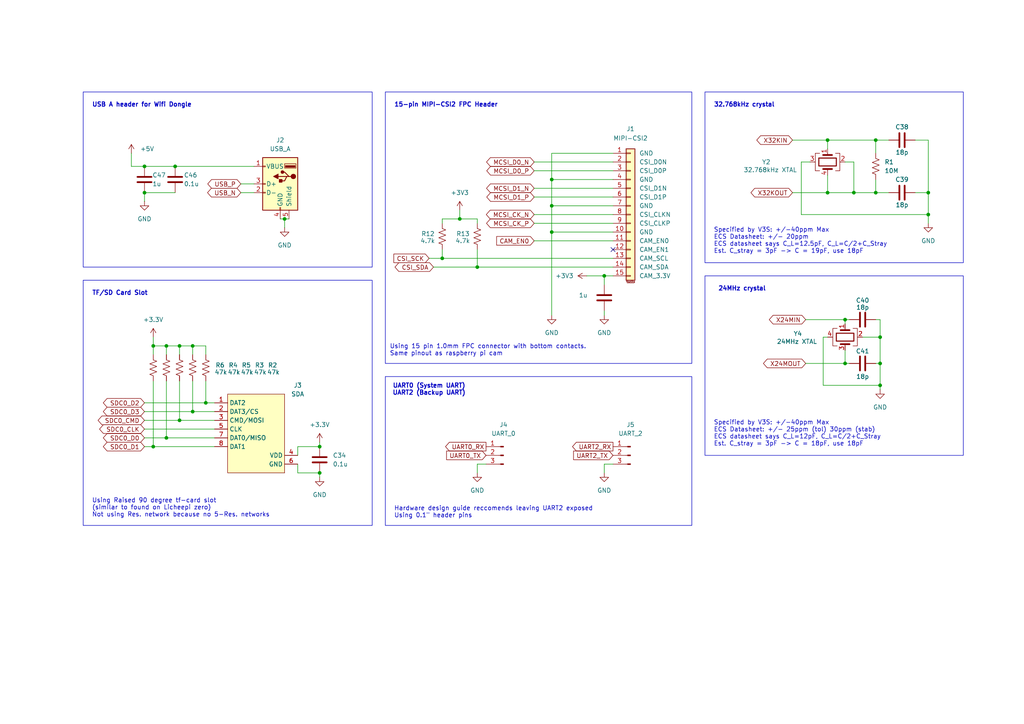
<source format=kicad_sch>
(kicad_sch
	(version 20250114)
	(generator "eeschema")
	(generator_version "9.0")
	(uuid "4ca53f51-ccee-4508-858d-c3caf36cdde1")
	(paper "A4")
	(title_block
		(title "Wireless Backup Camera - Encoder")
		(company "Group 25 Senior Design")
	)
	(lib_symbols
		(symbol "C_1"
			(pin_numbers
				(hide yes)
			)
			(pin_names
				(offset 0.254)
			)
			(exclude_from_sim no)
			(in_bom yes)
			(on_board yes)
			(property "Reference" "C1"
				(at -4.572 0 90)
				(do_not_autoplace)
				(effects
					(font
						(size 1.27 1.27)
					)
					(hide yes)
				)
			)
			(property "Value" "0.1 uF"
				(at -3.048 0 0)
				(do_not_autoplace)
				(effects
					(font
						(size 1.27 1.27)
					)
					(justify bottom)
				)
			)
			(property "Footprint" ""
				(at 0.9652 -3.81 0)
				(effects
					(font
						(size 1.27 1.27)
					)
					(hide yes)
				)
			)
			(property "Datasheet" "~"
				(at 0 0 0)
				(effects
					(font
						(size 1.27 1.27)
					)
					(hide yes)
				)
			)
			(property "Description" "Unpolarized capacitor"
				(at 0 0 0)
				(effects
					(font
						(size 1.27 1.27)
					)
					(hide yes)
				)
			)
			(property "ki_keywords" "cap capacitor"
				(at 0 0 0)
				(effects
					(font
						(size 1.27 1.27)
					)
					(hide yes)
				)
			)
			(property "ki_fp_filters" "C_*"
				(at 0 0 0)
				(effects
					(font
						(size 1.27 1.27)
					)
					(hide yes)
				)
			)
			(symbol "C_1_0_1"
				(polyline
					(pts
						(xy -2.032 0.762) (xy 2.032 0.762)
					)
					(stroke
						(width 0.508)
						(type default)
					)
					(fill
						(type none)
					)
				)
				(polyline
					(pts
						(xy -2.032 -0.762) (xy 2.032 -0.762)
					)
					(stroke
						(width 0.508)
						(type default)
					)
					(fill
						(type none)
					)
				)
			)
			(symbol "C_1_1_1"
				(pin passive line
					(at 0 3.81 270)
					(length 2.794)
					(name "~"
						(effects
							(font
								(size 1.27 1.27)
							)
						)
					)
					(number "1"
						(effects
							(font
								(size 1.27 1.27)
							)
						)
					)
				)
				(pin passive line
					(at 0 -3.81 90)
					(length 2.794)
					(name "~"
						(effects
							(font
								(size 1.27 1.27)
							)
						)
					)
					(number "2"
						(effects
							(font
								(size 1.27 1.27)
							)
						)
					)
				)
			)
			(embedded_fonts no)
		)
		(symbol "Conn_01x15_MountingPin_1_1"
			(pin_names
				(offset 3.81)
			)
			(exclude_from_sim no)
			(in_bom yes)
			(on_board yes)
			(property "Reference" "J1"
				(at 0 20.574 0)
				(do_not_autoplace)
				(effects
					(font
						(size 1.27 1.27)
					)
					(justify bottom)
				)
			)
			(property "Value" "RPI Camera Pin Out"
				(at 0 25.146 0)
				(do_not_autoplace)
				(effects
					(font
						(size 1.27 1.27)
					)
					(justify top)
				)
			)
			(property "Footprint" ""
				(at 0 0 0)
				(effects
					(font
						(size 1.27 1.27)
					)
					(hide yes)
				)
			)
			(property "Datasheet" "~"
				(at 0 0 0)
				(effects
					(font
						(size 1.27 1.27)
					)
					(hide yes)
				)
			)
			(property "Description" "Generic connectable mounting pin connector, single row, 01x15, script generated (kicad-library-utils/schlib/autogen/connector/)"
				(at 0 0 0)
				(effects
					(font
						(size 1.27 1.27)
					)
					(hide yes)
				)
			)
			(property "ki_keywords" "connector"
				(at 0 0 0)
				(effects
					(font
						(size 1.27 1.27)
					)
					(hide yes)
				)
			)
			(property "ki_fp_filters" "Connector*:*_1x??-1MP*"
				(at 0 0 0)
				(effects
					(font
						(size 1.27 1.27)
					)
					(hide yes)
				)
			)
			(symbol "Conn_01x15_MountingPin_1_1_1_1"
				(rectangle
					(start -1.27 19.05)
					(end 1.27 -19.05)
					(stroke
						(width 0.254)
						(type default)
					)
					(fill
						(type background)
					)
				)
				(rectangle
					(start -1.27 17.907)
					(end 0 17.653)
					(stroke
						(width 0.1524)
						(type default)
					)
					(fill
						(type none)
					)
				)
				(rectangle
					(start -1.27 15.367)
					(end 0 15.113)
					(stroke
						(width 0.1524)
						(type default)
					)
					(fill
						(type none)
					)
				)
				(rectangle
					(start -1.27 12.827)
					(end 0 12.573)
					(stroke
						(width 0.1524)
						(type default)
					)
					(fill
						(type none)
					)
				)
				(rectangle
					(start -1.27 10.287)
					(end 0 10.033)
					(stroke
						(width 0.1524)
						(type default)
					)
					(fill
						(type none)
					)
				)
				(rectangle
					(start -1.27 7.747)
					(end 0 7.493)
					(stroke
						(width 0.1524)
						(type default)
					)
					(fill
						(type none)
					)
				)
				(rectangle
					(start -1.27 5.207)
					(end 0 4.953)
					(stroke
						(width 0.1524)
						(type default)
					)
					(fill
						(type none)
					)
				)
				(rectangle
					(start -1.27 2.667)
					(end 0 2.413)
					(stroke
						(width 0.1524)
						(type default)
					)
					(fill
						(type none)
					)
				)
				(rectangle
					(start -1.27 0.127)
					(end 0 -0.127)
					(stroke
						(width 0.1524)
						(type default)
					)
					(fill
						(type none)
					)
				)
				(rectangle
					(start -1.27 -2.413)
					(end 0 -2.667)
					(stroke
						(width 0.1524)
						(type default)
					)
					(fill
						(type none)
					)
				)
				(rectangle
					(start -1.27 -4.953)
					(end 0 -5.207)
					(stroke
						(width 0.1524)
						(type default)
					)
					(fill
						(type none)
					)
				)
				(rectangle
					(start -1.27 -7.493)
					(end 0 -7.747)
					(stroke
						(width 0.1524)
						(type default)
					)
					(fill
						(type none)
					)
				)
				(rectangle
					(start -1.27 -10.033)
					(end 0 -10.287)
					(stroke
						(width 0.1524)
						(type default)
					)
					(fill
						(type none)
					)
				)
				(rectangle
					(start -1.27 -12.573)
					(end 0 -12.827)
					(stroke
						(width 0.1524)
						(type default)
					)
					(fill
						(type none)
					)
				)
				(rectangle
					(start -1.27 -15.113)
					(end 0 -15.367)
					(stroke
						(width 0.1524)
						(type default)
					)
					(fill
						(type none)
					)
				)
				(rectangle
					(start -1.27 -17.653)
					(end 0 -17.907)
					(stroke
						(width 0.1524)
						(type default)
					)
					(fill
						(type none)
					)
				)
				(polyline
					(pts
						(xy -1.016 -19.812) (xy 1.016 -19.812)
					)
					(stroke
						(width 0.1524)
						(type default)
					)
					(fill
						(type none)
					)
				)
				(text "Mounting"
					(at 0 -19.431 0)
					(effects
						(font
							(size 0.381 0.381)
						)
					)
				)
				(pin passive line
					(at -5.08 17.78 0)
					(length 3.81)
					(name "GND"
						(effects
							(font
								(size 1.27 1.27)
							)
						)
					)
					(number "1"
						(effects
							(font
								(size 1.27 1.27)
							)
						)
					)
				)
				(pin passive line
					(at -5.08 15.24 0)
					(length 3.81)
					(name "CSI_D0N"
						(effects
							(font
								(size 1.27 1.27)
							)
						)
					)
					(number "2"
						(effects
							(font
								(size 1.27 1.27)
							)
						)
					)
				)
				(pin passive line
					(at -5.08 12.7 0)
					(length 3.81)
					(name "CSI_D0P"
						(effects
							(font
								(size 1.27 1.27)
							)
						)
					)
					(number "3"
						(effects
							(font
								(size 1.27 1.27)
							)
						)
					)
				)
				(pin passive line
					(at -5.08 10.16 0)
					(length 3.81)
					(name "GND"
						(effects
							(font
								(size 1.27 1.27)
							)
						)
					)
					(number "4"
						(effects
							(font
								(size 1.27 1.27)
							)
						)
					)
				)
				(pin passive line
					(at -5.08 7.62 0)
					(length 3.81)
					(name "CSI_D1N"
						(effects
							(font
								(size 1.27 1.27)
							)
						)
					)
					(number "5"
						(effects
							(font
								(size 1.27 1.27)
							)
						)
					)
				)
				(pin passive line
					(at -5.08 5.08 0)
					(length 3.81)
					(name "CSI_D1P"
						(effects
							(font
								(size 1.27 1.27)
							)
						)
					)
					(number "6"
						(effects
							(font
								(size 1.27 1.27)
							)
						)
					)
				)
				(pin passive line
					(at -5.08 2.54 0)
					(length 3.81)
					(name "GND"
						(effects
							(font
								(size 1.27 1.27)
							)
						)
					)
					(number "7"
						(effects
							(font
								(size 1.27 1.27)
							)
						)
					)
				)
				(pin passive line
					(at -5.08 0 0)
					(length 3.81)
					(name "CSI_CLKN"
						(effects
							(font
								(size 1.27 1.27)
							)
						)
					)
					(number "8"
						(effects
							(font
								(size 1.27 1.27)
							)
						)
					)
				)
				(pin passive line
					(at -5.08 -2.54 0)
					(length 3.81)
					(name "CSI_CLKP"
						(effects
							(font
								(size 1.27 1.27)
							)
						)
					)
					(number "9"
						(effects
							(font
								(size 1.27 1.27)
							)
						)
					)
				)
				(pin passive line
					(at -5.08 -5.08 0)
					(length 3.81)
					(name "GND"
						(effects
							(font
								(size 1.27 1.27)
							)
						)
					)
					(number "10"
						(effects
							(font
								(size 1.27 1.27)
							)
						)
					)
				)
				(pin passive line
					(at -5.08 -7.62 0)
					(length 3.81)
					(name "CAM_EN0"
						(effects
							(font
								(size 1.27 1.27)
							)
						)
					)
					(number "11"
						(effects
							(font
								(size 1.27 1.27)
							)
						)
					)
				)
				(pin passive line
					(at -5.08 -10.16 0)
					(length 3.81)
					(name "CAM_EN1"
						(effects
							(font
								(size 1.27 1.27)
							)
						)
					)
					(number "12"
						(effects
							(font
								(size 1.27 1.27)
							)
						)
					)
				)
				(pin passive line
					(at -5.08 -12.7 0)
					(length 3.81)
					(name "CAM_SCL"
						(effects
							(font
								(size 1.27 1.27)
							)
						)
					)
					(number "13"
						(effects
							(font
								(size 1.27 1.27)
							)
						)
					)
				)
				(pin passive line
					(at -5.08 -15.24 0)
					(length 3.81)
					(name "CAM_SDA"
						(effects
							(font
								(size 1.27 1.27)
							)
						)
					)
					(number "14"
						(effects
							(font
								(size 1.27 1.27)
							)
						)
					)
				)
				(pin passive line
					(at -5.08 -17.78 0)
					(length 3.81)
					(name "CAM_3.3V"
						(effects
							(font
								(size 1.27 1.27)
							)
						)
					)
					(number "15"
						(effects
							(font
								(size 1.27 1.27)
							)
						)
					)
				)
			)
			(embedded_fonts no)
		)
		(symbol "Connector:Conn_01x03_Pin"
			(pin_names
				(offset 1.016)
				(hide yes)
			)
			(exclude_from_sim no)
			(in_bom yes)
			(on_board yes)
			(property "Reference" "J"
				(at 0 5.08 0)
				(effects
					(font
						(size 1.27 1.27)
					)
				)
			)
			(property "Value" "Conn_01x03_Pin"
				(at 0 -5.08 0)
				(effects
					(font
						(size 1.27 1.27)
					)
				)
			)
			(property "Footprint" ""
				(at 0 0 0)
				(effects
					(font
						(size 1.27 1.27)
					)
					(hide yes)
				)
			)
			(property "Datasheet" "~"
				(at 0 0 0)
				(effects
					(font
						(size 1.27 1.27)
					)
					(hide yes)
				)
			)
			(property "Description" "Generic connector, single row, 01x03, script generated"
				(at 0 0 0)
				(effects
					(font
						(size 1.27 1.27)
					)
					(hide yes)
				)
			)
			(property "ki_locked" ""
				(at 0 0 0)
				(effects
					(font
						(size 1.27 1.27)
					)
				)
			)
			(property "ki_keywords" "connector"
				(at 0 0 0)
				(effects
					(font
						(size 1.27 1.27)
					)
					(hide yes)
				)
			)
			(property "ki_fp_filters" "Connector*:*_1x??_*"
				(at 0 0 0)
				(effects
					(font
						(size 1.27 1.27)
					)
					(hide yes)
				)
			)
			(symbol "Conn_01x03_Pin_1_1"
				(rectangle
					(start 0.8636 2.667)
					(end 0 2.413)
					(stroke
						(width 0.1524)
						(type default)
					)
					(fill
						(type outline)
					)
				)
				(rectangle
					(start 0.8636 0.127)
					(end 0 -0.127)
					(stroke
						(width 0.1524)
						(type default)
					)
					(fill
						(type outline)
					)
				)
				(rectangle
					(start 0.8636 -2.413)
					(end 0 -2.667)
					(stroke
						(width 0.1524)
						(type default)
					)
					(fill
						(type outline)
					)
				)
				(polyline
					(pts
						(xy 1.27 2.54) (xy 0.8636 2.54)
					)
					(stroke
						(width 0.1524)
						(type default)
					)
					(fill
						(type none)
					)
				)
				(polyline
					(pts
						(xy 1.27 0) (xy 0.8636 0)
					)
					(stroke
						(width 0.1524)
						(type default)
					)
					(fill
						(type none)
					)
				)
				(polyline
					(pts
						(xy 1.27 -2.54) (xy 0.8636 -2.54)
					)
					(stroke
						(width 0.1524)
						(type default)
					)
					(fill
						(type none)
					)
				)
				(pin passive line
					(at 5.08 2.54 180)
					(length 3.81)
					(name "Pin_1"
						(effects
							(font
								(size 1.27 1.27)
							)
						)
					)
					(number "1"
						(effects
							(font
								(size 1.27 1.27)
							)
						)
					)
				)
				(pin passive line
					(at 5.08 0 180)
					(length 3.81)
					(name "Pin_2"
						(effects
							(font
								(size 1.27 1.27)
							)
						)
					)
					(number "2"
						(effects
							(font
								(size 1.27 1.27)
							)
						)
					)
				)
				(pin passive line
					(at 5.08 -2.54 180)
					(length 3.81)
					(name "Pin_3"
						(effects
							(font
								(size 1.27 1.27)
							)
						)
					)
					(number "3"
						(effects
							(font
								(size 1.27 1.27)
							)
						)
					)
				)
			)
			(embedded_fonts no)
		)
		(symbol "Connector:USB_A"
			(pin_names
				(offset 1.016)
			)
			(exclude_from_sim no)
			(in_bom yes)
			(on_board yes)
			(property "Reference" "J"
				(at -5.08 11.43 0)
				(effects
					(font
						(size 1.27 1.27)
					)
					(justify left)
				)
			)
			(property "Value" "USB_A"
				(at -5.08 8.89 0)
				(effects
					(font
						(size 1.27 1.27)
					)
					(justify left)
				)
			)
			(property "Footprint" ""
				(at 3.81 -1.27 0)
				(effects
					(font
						(size 1.27 1.27)
					)
					(hide yes)
				)
			)
			(property "Datasheet" "~"
				(at 3.81 -1.27 0)
				(effects
					(font
						(size 1.27 1.27)
					)
					(hide yes)
				)
			)
			(property "Description" "USB Type A connector"
				(at 0 0 0)
				(effects
					(font
						(size 1.27 1.27)
					)
					(hide yes)
				)
			)
			(property "ki_keywords" "connector USB"
				(at 0 0 0)
				(effects
					(font
						(size 1.27 1.27)
					)
					(hide yes)
				)
			)
			(property "ki_fp_filters" "USB*"
				(at 0 0 0)
				(effects
					(font
						(size 1.27 1.27)
					)
					(hide yes)
				)
			)
			(symbol "USB_A_0_1"
				(rectangle
					(start -5.08 -7.62)
					(end 5.08 7.62)
					(stroke
						(width 0.254)
						(type default)
					)
					(fill
						(type background)
					)
				)
				(circle
					(center -3.81 2.159)
					(radius 0.635)
					(stroke
						(width 0.254)
						(type default)
					)
					(fill
						(type outline)
					)
				)
				(polyline
					(pts
						(xy -3.175 2.159) (xy -2.54 2.159) (xy -1.27 3.429) (xy -0.635 3.429)
					)
					(stroke
						(width 0.254)
						(type default)
					)
					(fill
						(type none)
					)
				)
				(polyline
					(pts
						(xy -2.54 2.159) (xy -1.905 2.159) (xy -1.27 0.889) (xy 0 0.889)
					)
					(stroke
						(width 0.254)
						(type default)
					)
					(fill
						(type none)
					)
				)
				(rectangle
					(start -1.524 4.826)
					(end -4.318 5.334)
					(stroke
						(width 0)
						(type default)
					)
					(fill
						(type outline)
					)
				)
				(rectangle
					(start -1.27 4.572)
					(end -4.572 5.842)
					(stroke
						(width 0)
						(type default)
					)
					(fill
						(type none)
					)
				)
				(circle
					(center -0.635 3.429)
					(radius 0.381)
					(stroke
						(width 0.254)
						(type default)
					)
					(fill
						(type outline)
					)
				)
				(rectangle
					(start -0.127 -7.62)
					(end 0.127 -6.858)
					(stroke
						(width 0)
						(type default)
					)
					(fill
						(type none)
					)
				)
				(rectangle
					(start 0.254 1.27)
					(end -0.508 0.508)
					(stroke
						(width 0.254)
						(type default)
					)
					(fill
						(type outline)
					)
				)
				(polyline
					(pts
						(xy 0.635 2.794) (xy 0.635 1.524) (xy 1.905 2.159) (xy 0.635 2.794)
					)
					(stroke
						(width 0.254)
						(type default)
					)
					(fill
						(type outline)
					)
				)
				(rectangle
					(start 5.08 4.953)
					(end 4.318 5.207)
					(stroke
						(width 0)
						(type default)
					)
					(fill
						(type none)
					)
				)
				(rectangle
					(start 5.08 -0.127)
					(end 4.318 0.127)
					(stroke
						(width 0)
						(type default)
					)
					(fill
						(type none)
					)
				)
				(rectangle
					(start 5.08 -2.667)
					(end 4.318 -2.413)
					(stroke
						(width 0)
						(type default)
					)
					(fill
						(type none)
					)
				)
			)
			(symbol "USB_A_1_1"
				(polyline
					(pts
						(xy -1.905 2.159) (xy 0.635 2.159)
					)
					(stroke
						(width 0.254)
						(type default)
					)
					(fill
						(type none)
					)
				)
				(pin passive line
					(at -2.54 -10.16 90)
					(length 2.54)
					(name "Shield"
						(effects
							(font
								(size 1.27 1.27)
							)
						)
					)
					(number "5"
						(effects
							(font
								(size 1.27 1.27)
							)
						)
					)
				)
				(pin power_in line
					(at 0 -10.16 90)
					(length 2.54)
					(name "GND"
						(effects
							(font
								(size 1.27 1.27)
							)
						)
					)
					(number "4"
						(effects
							(font
								(size 1.27 1.27)
							)
						)
					)
				)
				(pin power_in line
					(at 7.62 5.08 180)
					(length 2.54)
					(name "VBUS"
						(effects
							(font
								(size 1.27 1.27)
							)
						)
					)
					(number "1"
						(effects
							(font
								(size 1.27 1.27)
							)
						)
					)
				)
				(pin bidirectional line
					(at 7.62 0 180)
					(length 2.54)
					(name "D+"
						(effects
							(font
								(size 1.27 1.27)
							)
						)
					)
					(number "3"
						(effects
							(font
								(size 1.27 1.27)
							)
						)
					)
				)
				(pin bidirectional line
					(at 7.62 -2.54 180)
					(length 2.54)
					(name "D-"
						(effects
							(font
								(size 1.27 1.27)
							)
						)
					)
					(number "2"
						(effects
							(font
								(size 1.27 1.27)
							)
						)
					)
				)
			)
			(embedded_fonts no)
		)
		(symbol "Device:C"
			(pin_numbers
				(hide yes)
			)
			(pin_names
				(offset 0.254)
			)
			(exclude_from_sim no)
			(in_bom yes)
			(on_board yes)
			(property "Reference" "C"
				(at 0.635 2.54 0)
				(effects
					(font
						(size 1.27 1.27)
					)
					(justify left)
				)
			)
			(property "Value" "C"
				(at 0.635 -2.54 0)
				(effects
					(font
						(size 1.27 1.27)
					)
					(justify left)
				)
			)
			(property "Footprint" ""
				(at 0.9652 -3.81 0)
				(effects
					(font
						(size 1.27 1.27)
					)
					(hide yes)
				)
			)
			(property "Datasheet" "~"
				(at 0 0 0)
				(effects
					(font
						(size 1.27 1.27)
					)
					(hide yes)
				)
			)
			(property "Description" "Unpolarized capacitor"
				(at 0 0 0)
				(effects
					(font
						(size 1.27 1.27)
					)
					(hide yes)
				)
			)
			(property "ki_keywords" "cap capacitor"
				(at 0 0 0)
				(effects
					(font
						(size 1.27 1.27)
					)
					(hide yes)
				)
			)
			(property "ki_fp_filters" "C_*"
				(at 0 0 0)
				(effects
					(font
						(size 1.27 1.27)
					)
					(hide yes)
				)
			)
			(symbol "C_0_1"
				(polyline
					(pts
						(xy -2.032 0.762) (xy 2.032 0.762)
					)
					(stroke
						(width 0.508)
						(type default)
					)
					(fill
						(type none)
					)
				)
				(polyline
					(pts
						(xy -2.032 -0.762) (xy 2.032 -0.762)
					)
					(stroke
						(width 0.508)
						(type default)
					)
					(fill
						(type none)
					)
				)
			)
			(symbol "C_1_1"
				(pin passive line
					(at 0 3.81 270)
					(length 2.794)
					(name "~"
						(effects
							(font
								(size 1.27 1.27)
							)
						)
					)
					(number "1"
						(effects
							(font
								(size 1.27 1.27)
							)
						)
					)
				)
				(pin passive line
					(at 0 -3.81 90)
					(length 2.794)
					(name "~"
						(effects
							(font
								(size 1.27 1.27)
							)
						)
					)
					(number "2"
						(effects
							(font
								(size 1.27 1.27)
							)
						)
					)
				)
			)
			(embedded_fonts no)
		)
		(symbol "Device:Crystal_GND23"
			(pin_names
				(offset 1.016)
				(hide yes)
			)
			(exclude_from_sim no)
			(in_bom yes)
			(on_board yes)
			(property "Reference" "Y"
				(at 3.175 5.08 0)
				(effects
					(font
						(size 1.27 1.27)
					)
					(justify left)
				)
			)
			(property "Value" "Crystal_GND23"
				(at 3.175 3.175 0)
				(effects
					(font
						(size 1.27 1.27)
					)
					(justify left)
				)
			)
			(property "Footprint" ""
				(at 0 0 0)
				(effects
					(font
						(size 1.27 1.27)
					)
					(hide yes)
				)
			)
			(property "Datasheet" "~"
				(at 0 0 0)
				(effects
					(font
						(size 1.27 1.27)
					)
					(hide yes)
				)
			)
			(property "Description" "Four pin crystal, GND on pins 2 and 3"
				(at 0 0 0)
				(effects
					(font
						(size 1.27 1.27)
					)
					(hide yes)
				)
			)
			(property "ki_keywords" "quartz ceramic resonator oscillator"
				(at 0 0 0)
				(effects
					(font
						(size 1.27 1.27)
					)
					(hide yes)
				)
			)
			(property "ki_fp_filters" "Crystal*"
				(at 0 0 0)
				(effects
					(font
						(size 1.27 1.27)
					)
					(hide yes)
				)
			)
			(symbol "Crystal_GND23_0_1"
				(polyline
					(pts
						(xy -2.54 2.286) (xy -2.54 3.556) (xy 2.54 3.556) (xy 2.54 2.286)
					)
					(stroke
						(width 0)
						(type default)
					)
					(fill
						(type none)
					)
				)
				(polyline
					(pts
						(xy -2.54 0) (xy -2.032 0)
					)
					(stroke
						(width 0)
						(type default)
					)
					(fill
						(type none)
					)
				)
				(polyline
					(pts
						(xy -2.54 -2.286) (xy -2.54 -3.556) (xy 2.54 -3.556) (xy 2.54 -2.286)
					)
					(stroke
						(width 0)
						(type default)
					)
					(fill
						(type none)
					)
				)
				(polyline
					(pts
						(xy -2.032 -1.27) (xy -2.032 1.27)
					)
					(stroke
						(width 0.508)
						(type default)
					)
					(fill
						(type none)
					)
				)
				(rectangle
					(start -1.143 2.54)
					(end 1.143 -2.54)
					(stroke
						(width 0.3048)
						(type default)
					)
					(fill
						(type none)
					)
				)
				(polyline
					(pts
						(xy 0 3.556) (xy 0 3.81)
					)
					(stroke
						(width 0)
						(type default)
					)
					(fill
						(type none)
					)
				)
				(polyline
					(pts
						(xy 0 -3.81) (xy 0 -3.556)
					)
					(stroke
						(width 0)
						(type default)
					)
					(fill
						(type none)
					)
				)
				(polyline
					(pts
						(xy 2.032 0) (xy 2.54 0)
					)
					(stroke
						(width 0)
						(type default)
					)
					(fill
						(type none)
					)
				)
				(polyline
					(pts
						(xy 2.032 -1.27) (xy 2.032 1.27)
					)
					(stroke
						(width 0.508)
						(type default)
					)
					(fill
						(type none)
					)
				)
			)
			(symbol "Crystal_GND23_1_1"
				(pin passive line
					(at -3.81 0 0)
					(length 1.27)
					(name "1"
						(effects
							(font
								(size 1.27 1.27)
							)
						)
					)
					(number "1"
						(effects
							(font
								(size 1.27 1.27)
							)
						)
					)
				)
				(pin passive line
					(at 0 5.08 270)
					(length 1.27)
					(name "2"
						(effects
							(font
								(size 1.27 1.27)
							)
						)
					)
					(number "2"
						(effects
							(font
								(size 1.27 1.27)
							)
						)
					)
				)
				(pin passive line
					(at 0 -5.08 90)
					(length 1.27)
					(name "3"
						(effects
							(font
								(size 1.27 1.27)
							)
						)
					)
					(number "3"
						(effects
							(font
								(size 1.27 1.27)
							)
						)
					)
				)
				(pin passive line
					(at 3.81 0 180)
					(length 1.27)
					(name "4"
						(effects
							(font
								(size 1.27 1.27)
							)
						)
					)
					(number "4"
						(effects
							(font
								(size 1.27 1.27)
							)
						)
					)
				)
			)
			(embedded_fonts no)
		)
		(symbol "Device:Crystal_GND24"
			(pin_names
				(offset 1.016)
				(hide yes)
			)
			(exclude_from_sim no)
			(in_bom yes)
			(on_board yes)
			(property "Reference" "Y"
				(at 3.175 5.08 0)
				(effects
					(font
						(size 1.27 1.27)
					)
					(justify left)
				)
			)
			(property "Value" "Crystal_GND24"
				(at 3.175 3.175 0)
				(effects
					(font
						(size 1.27 1.27)
					)
					(justify left)
				)
			)
			(property "Footprint" ""
				(at 0 0 0)
				(effects
					(font
						(size 1.27 1.27)
					)
					(hide yes)
				)
			)
			(property "Datasheet" "~"
				(at 0 0 0)
				(effects
					(font
						(size 1.27 1.27)
					)
					(hide yes)
				)
			)
			(property "Description" "Four pin crystal, GND on pins 2 and 4"
				(at 0 0 0)
				(effects
					(font
						(size 1.27 1.27)
					)
					(hide yes)
				)
			)
			(property "ki_keywords" "quartz ceramic resonator oscillator"
				(at 0 0 0)
				(effects
					(font
						(size 1.27 1.27)
					)
					(hide yes)
				)
			)
			(property "ki_fp_filters" "Crystal*"
				(at 0 0 0)
				(effects
					(font
						(size 1.27 1.27)
					)
					(hide yes)
				)
			)
			(symbol "Crystal_GND24_0_1"
				(polyline
					(pts
						(xy -2.54 2.286) (xy -2.54 3.556) (xy 2.54 3.556) (xy 2.54 2.286)
					)
					(stroke
						(width 0)
						(type default)
					)
					(fill
						(type none)
					)
				)
				(polyline
					(pts
						(xy -2.54 0) (xy -2.032 0)
					)
					(stroke
						(width 0)
						(type default)
					)
					(fill
						(type none)
					)
				)
				(polyline
					(pts
						(xy -2.54 -2.286) (xy -2.54 -3.556) (xy 2.54 -3.556) (xy 2.54 -2.286)
					)
					(stroke
						(width 0)
						(type default)
					)
					(fill
						(type none)
					)
				)
				(polyline
					(pts
						(xy -2.032 -1.27) (xy -2.032 1.27)
					)
					(stroke
						(width 0.508)
						(type default)
					)
					(fill
						(type none)
					)
				)
				(rectangle
					(start -1.143 2.54)
					(end 1.143 -2.54)
					(stroke
						(width 0.3048)
						(type default)
					)
					(fill
						(type none)
					)
				)
				(polyline
					(pts
						(xy 0 3.556) (xy 0 3.81)
					)
					(stroke
						(width 0)
						(type default)
					)
					(fill
						(type none)
					)
				)
				(polyline
					(pts
						(xy 0 -3.81) (xy 0 -3.556)
					)
					(stroke
						(width 0)
						(type default)
					)
					(fill
						(type none)
					)
				)
				(polyline
					(pts
						(xy 2.032 0) (xy 2.54 0)
					)
					(stroke
						(width 0)
						(type default)
					)
					(fill
						(type none)
					)
				)
				(polyline
					(pts
						(xy 2.032 -1.27) (xy 2.032 1.27)
					)
					(stroke
						(width 0.508)
						(type default)
					)
					(fill
						(type none)
					)
				)
			)
			(symbol "Crystal_GND24_1_1"
				(pin passive line
					(at -3.81 0 0)
					(length 1.27)
					(name "1"
						(effects
							(font
								(size 1.27 1.27)
							)
						)
					)
					(number "1"
						(effects
							(font
								(size 1.27 1.27)
							)
						)
					)
				)
				(pin passive line
					(at 0 5.08 270)
					(length 1.27)
					(name "2"
						(effects
							(font
								(size 1.27 1.27)
							)
						)
					)
					(number "2"
						(effects
							(font
								(size 1.27 1.27)
							)
						)
					)
				)
				(pin passive line
					(at 0 -5.08 90)
					(length 1.27)
					(name "4"
						(effects
							(font
								(size 1.27 1.27)
							)
						)
					)
					(number "4"
						(effects
							(font
								(size 1.27 1.27)
							)
						)
					)
				)
				(pin passive line
					(at 3.81 0 180)
					(length 1.27)
					(name "3"
						(effects
							(font
								(size 1.27 1.27)
							)
						)
					)
					(number "3"
						(effects
							(font
								(size 1.27 1.27)
							)
						)
					)
				)
			)
			(embedded_fonts no)
		)
		(symbol "Device:R_US"
			(pin_numbers
				(hide yes)
			)
			(pin_names
				(offset 0)
			)
			(exclude_from_sim no)
			(in_bom yes)
			(on_board yes)
			(property "Reference" "R"
				(at 2.54 0 90)
				(effects
					(font
						(size 1.27 1.27)
					)
				)
			)
			(property "Value" "R_US"
				(at -2.54 0 90)
				(effects
					(font
						(size 1.27 1.27)
					)
				)
			)
			(property "Footprint" ""
				(at 1.016 -0.254 90)
				(effects
					(font
						(size 1.27 1.27)
					)
					(hide yes)
				)
			)
			(property "Datasheet" "~"
				(at 0 0 0)
				(effects
					(font
						(size 1.27 1.27)
					)
					(hide yes)
				)
			)
			(property "Description" "Resistor, US symbol"
				(at 0 0 0)
				(effects
					(font
						(size 1.27 1.27)
					)
					(hide yes)
				)
			)
			(property "ki_keywords" "R res resistor"
				(at 0 0 0)
				(effects
					(font
						(size 1.27 1.27)
					)
					(hide yes)
				)
			)
			(property "ki_fp_filters" "R_*"
				(at 0 0 0)
				(effects
					(font
						(size 1.27 1.27)
					)
					(hide yes)
				)
			)
			(symbol "R_US_0_1"
				(polyline
					(pts
						(xy 0 2.286) (xy 0 2.54)
					)
					(stroke
						(width 0)
						(type default)
					)
					(fill
						(type none)
					)
				)
				(polyline
					(pts
						(xy 0 2.286) (xy 1.016 1.905) (xy 0 1.524) (xy -1.016 1.143) (xy 0 0.762)
					)
					(stroke
						(width 0)
						(type default)
					)
					(fill
						(type none)
					)
				)
				(polyline
					(pts
						(xy 0 0.762) (xy 1.016 0.381) (xy 0 0) (xy -1.016 -0.381) (xy 0 -0.762)
					)
					(stroke
						(width 0)
						(type default)
					)
					(fill
						(type none)
					)
				)
				(polyline
					(pts
						(xy 0 -0.762) (xy 1.016 -1.143) (xy 0 -1.524) (xy -1.016 -1.905) (xy 0 -2.286)
					)
					(stroke
						(width 0)
						(type default)
					)
					(fill
						(type none)
					)
				)
				(polyline
					(pts
						(xy 0 -2.286) (xy 0 -2.54)
					)
					(stroke
						(width 0)
						(type default)
					)
					(fill
						(type none)
					)
				)
			)
			(symbol "R_US_1_1"
				(pin passive line
					(at 0 3.81 270)
					(length 1.27)
					(name "~"
						(effects
							(font
								(size 1.27 1.27)
							)
						)
					)
					(number "1"
						(effects
							(font
								(size 1.27 1.27)
							)
						)
					)
				)
				(pin passive line
					(at 0 -3.81 90)
					(length 1.27)
					(name "~"
						(effects
							(font
								(size 1.27 1.27)
							)
						)
					)
					(number "2"
						(effects
							(font
								(size 1.27 1.27)
							)
						)
					)
				)
			)
			(embedded_fonts no)
		)
		(symbol "custom_chips:micro-sd-tf"
			(exclude_from_sim no)
			(in_bom yes)
			(on_board yes)
			(property "Reference" "SDA"
				(at 2.54 8.89 0)
				(effects
					(font
						(size 1.27 1.27)
					)
				)
			)
			(property "Value" "~"
				(at 3.175 8.89 0)
				(effects
					(font
						(size 1.27 1.27)
					)
				)
			)
			(property "Footprint" "BackupCamCustomParts:AMPHENOL_10067099-200LF"
				(at 0 0 0)
				(effects
					(font
						(size 1.27 1.27)
					)
					(hide yes)
				)
			)
			(property "Datasheet" "https://cdn.amphenol-cs.com/media/wysiwyg/files/documentation/datasheet/boardwiretoboard/bwb_sdmemorycard.pdf"
				(at 0 0 0)
				(effects
					(font
						(size 1.27 1.27)
					)
					(hide yes)
				)
			)
			(property "Description" "CONN MICRO SD CARD R/A SMD"
				(at 0 0 0)
				(effects
					(font
						(size 1.27 1.27)
					)
					(hide yes)
				)
			)
			(property "DPN" "10067099-200LF "
				(at 0 0 0)
				(effects
					(font
						(size 1.27 1.27)
					)
					(hide yes)
				)
			)
			(property "Distributor" "DigiKey"
				(at 0 0 0)
				(effects
					(font
						(size 1.27 1.27)
					)
					(hide yes)
				)
			)
			(symbol "micro-sd-tf_1_1"
				(rectangle
					(start -5.08 6.35)
					(end 11.43 -16.51)
					(stroke
						(width 0)
						(type solid)
					)
					(fill
						(type background)
					)
				)
				(pin bidirectional line
					(at -8.89 3.81 0)
					(length 3.81)
					(name "DAT2"
						(effects
							(font
								(size 1.27 1.27)
							)
						)
					)
					(number "1"
						(effects
							(font
								(size 1.27 1.27)
							)
						)
					)
				)
				(pin bidirectional line
					(at -8.89 1.27 0)
					(length 3.81)
					(name "DAT3/CS"
						(effects
							(font
								(size 1.27 1.27)
							)
						)
					)
					(number "2"
						(effects
							(font
								(size 1.27 1.27)
							)
						)
					)
				)
				(pin bidirectional line
					(at -8.89 -1.27 0)
					(length 3.81)
					(name "CMD/MOSI"
						(effects
							(font
								(size 1.27 1.27)
							)
						)
					)
					(number "3"
						(effects
							(font
								(size 1.27 1.27)
							)
						)
					)
				)
				(pin bidirectional line
					(at -8.89 -3.81 0)
					(length 3.81)
					(name "CLK"
						(effects
							(font
								(size 1.27 1.27)
							)
						)
					)
					(number "5"
						(effects
							(font
								(size 1.27 1.27)
							)
						)
					)
				)
				(pin bidirectional line
					(at -8.89 -6.35 0)
					(length 3.81)
					(name "DAT0/MISO"
						(effects
							(font
								(size 1.27 1.27)
							)
						)
					)
					(number "7"
						(effects
							(font
								(size 1.27 1.27)
							)
						)
					)
				)
				(pin bidirectional line
					(at -8.89 -8.89 0)
					(length 3.81)
					(name "DAT1"
						(effects
							(font
								(size 1.27 1.27)
							)
						)
					)
					(number "8"
						(effects
							(font
								(size 1.27 1.27)
							)
						)
					)
				)
				(pin input line
					(at 13.97 3.81 180)
					(length 2.54)
					(hide yes)
					(name ""
						(effects
							(font
								(size 1.27 1.27)
							)
						)
					)
					(number "S1"
						(effects
							(font
								(size 1.27 1.27)
							)
						)
					)
				)
				(pin input line
					(at 13.97 1.27 180)
					(length 2.54)
					(hide yes)
					(name ""
						(effects
							(font
								(size 1.27 1.27)
							)
						)
					)
					(number "S2"
						(effects
							(font
								(size 1.27 1.27)
							)
						)
					)
				)
				(pin input line
					(at 13.97 -1.27 180)
					(length 2.54)
					(hide yes)
					(name ""
						(effects
							(font
								(size 1.27 1.27)
							)
						)
					)
					(number "DET_1"
						(effects
							(font
								(size 1.27 1.27)
							)
						)
					)
				)
				(pin input line
					(at 13.97 -3.81 180)
					(length 2.54)
					(hide yes)
					(name ""
						(effects
							(font
								(size 1.27 1.27)
							)
						)
					)
					(number "DET_2"
						(effects
							(font
								(size 1.27 1.27)
							)
						)
					)
				)
				(pin power_in line
					(at 15.24 -11.43 180)
					(length 3.81)
					(name "VDD"
						(effects
							(font
								(size 1.27 1.27)
							)
						)
					)
					(number "4"
						(effects
							(font
								(size 1.27 1.27)
							)
						)
					)
				)
				(pin power_in line
					(at 15.24 -13.97 180)
					(length 3.81)
					(name "GND"
						(effects
							(font
								(size 1.27 1.27)
							)
						)
					)
					(number "6"
						(effects
							(font
								(size 1.27 1.27)
							)
						)
					)
				)
			)
			(embedded_fonts no)
		)
		(symbol "power:+3.3V"
			(power)
			(pin_numbers
				(hide yes)
			)
			(pin_names
				(offset 0)
				(hide yes)
			)
			(exclude_from_sim no)
			(in_bom yes)
			(on_board yes)
			(property "Reference" "#PWR"
				(at 0 -3.81 0)
				(effects
					(font
						(size 1.27 1.27)
					)
					(hide yes)
				)
			)
			(property "Value" "+3.3V"
				(at 0 3.556 0)
				(effects
					(font
						(size 1.27 1.27)
					)
				)
			)
			(property "Footprint" ""
				(at 0 0 0)
				(effects
					(font
						(size 1.27 1.27)
					)
					(hide yes)
				)
			)
			(property "Datasheet" ""
				(at 0 0 0)
				(effects
					(font
						(size 1.27 1.27)
					)
					(hide yes)
				)
			)
			(property "Description" "Power symbol creates a global label with name \"+3.3V\""
				(at 0 0 0)
				(effects
					(font
						(size 1.27 1.27)
					)
					(hide yes)
				)
			)
			(property "ki_keywords" "global power"
				(at 0 0 0)
				(effects
					(font
						(size 1.27 1.27)
					)
					(hide yes)
				)
			)
			(symbol "+3.3V_0_1"
				(polyline
					(pts
						(xy -0.762 1.27) (xy 0 2.54)
					)
					(stroke
						(width 0)
						(type default)
					)
					(fill
						(type none)
					)
				)
				(polyline
					(pts
						(xy 0 2.54) (xy 0.762 1.27)
					)
					(stroke
						(width 0)
						(type default)
					)
					(fill
						(type none)
					)
				)
				(polyline
					(pts
						(xy 0 0) (xy 0 2.54)
					)
					(stroke
						(width 0)
						(type default)
					)
					(fill
						(type none)
					)
				)
			)
			(symbol "+3.3V_1_1"
				(pin power_in line
					(at 0 0 90)
					(length 0)
					(name "~"
						(effects
							(font
								(size 1.27 1.27)
							)
						)
					)
					(number "1"
						(effects
							(font
								(size 1.27 1.27)
							)
						)
					)
				)
			)
			(embedded_fonts no)
		)
		(symbol "power:+3V3"
			(power)
			(pin_numbers
				(hide yes)
			)
			(pin_names
				(offset 0)
				(hide yes)
			)
			(exclude_from_sim no)
			(in_bom yes)
			(on_board yes)
			(property "Reference" "#PWR"
				(at 0 -3.81 0)
				(effects
					(font
						(size 1.27 1.27)
					)
					(hide yes)
				)
			)
			(property "Value" "+3V3"
				(at 0 3.556 0)
				(effects
					(font
						(size 1.27 1.27)
					)
				)
			)
			(property "Footprint" ""
				(at 0 0 0)
				(effects
					(font
						(size 1.27 1.27)
					)
					(hide yes)
				)
			)
			(property "Datasheet" ""
				(at 0 0 0)
				(effects
					(font
						(size 1.27 1.27)
					)
					(hide yes)
				)
			)
			(property "Description" "Power symbol creates a global label with name \"+3V3\""
				(at 0 0 0)
				(effects
					(font
						(size 1.27 1.27)
					)
					(hide yes)
				)
			)
			(property "ki_keywords" "global power"
				(at 0 0 0)
				(effects
					(font
						(size 1.27 1.27)
					)
					(hide yes)
				)
			)
			(symbol "+3V3_0_1"
				(polyline
					(pts
						(xy -0.762 1.27) (xy 0 2.54)
					)
					(stroke
						(width 0)
						(type default)
					)
					(fill
						(type none)
					)
				)
				(polyline
					(pts
						(xy 0 2.54) (xy 0.762 1.27)
					)
					(stroke
						(width 0)
						(type default)
					)
					(fill
						(type none)
					)
				)
				(polyline
					(pts
						(xy 0 0) (xy 0 2.54)
					)
					(stroke
						(width 0)
						(type default)
					)
					(fill
						(type none)
					)
				)
			)
			(symbol "+3V3_1_1"
				(pin power_in line
					(at 0 0 90)
					(length 0)
					(name "~"
						(effects
							(font
								(size 1.27 1.27)
							)
						)
					)
					(number "1"
						(effects
							(font
								(size 1.27 1.27)
							)
						)
					)
				)
			)
			(embedded_fonts no)
		)
		(symbol "power:+5V"
			(power)
			(pin_numbers
				(hide yes)
			)
			(pin_names
				(offset 0)
				(hide yes)
			)
			(exclude_from_sim no)
			(in_bom yes)
			(on_board yes)
			(property "Reference" "#PWR"
				(at 0 -3.81 0)
				(effects
					(font
						(size 1.27 1.27)
					)
					(hide yes)
				)
			)
			(property "Value" "+5V"
				(at 0 3.556 0)
				(effects
					(font
						(size 1.27 1.27)
					)
				)
			)
			(property "Footprint" ""
				(at 0 0 0)
				(effects
					(font
						(size 1.27 1.27)
					)
					(hide yes)
				)
			)
			(property "Datasheet" ""
				(at 0 0 0)
				(effects
					(font
						(size 1.27 1.27)
					)
					(hide yes)
				)
			)
			(property "Description" "Power symbol creates a global label with name \"+5V\""
				(at 0 0 0)
				(effects
					(font
						(size 1.27 1.27)
					)
					(hide yes)
				)
			)
			(property "ki_keywords" "global power"
				(at 0 0 0)
				(effects
					(font
						(size 1.27 1.27)
					)
					(hide yes)
				)
			)
			(symbol "+5V_0_1"
				(polyline
					(pts
						(xy -0.762 1.27) (xy 0 2.54)
					)
					(stroke
						(width 0)
						(type default)
					)
					(fill
						(type none)
					)
				)
				(polyline
					(pts
						(xy 0 2.54) (xy 0.762 1.27)
					)
					(stroke
						(width 0)
						(type default)
					)
					(fill
						(type none)
					)
				)
				(polyline
					(pts
						(xy 0 0) (xy 0 2.54)
					)
					(stroke
						(width 0)
						(type default)
					)
					(fill
						(type none)
					)
				)
			)
			(symbol "+5V_1_1"
				(pin power_in line
					(at 0 0 90)
					(length 0)
					(name "~"
						(effects
							(font
								(size 1.27 1.27)
							)
						)
					)
					(number "1"
						(effects
							(font
								(size 1.27 1.27)
							)
						)
					)
				)
			)
			(embedded_fonts no)
		)
		(symbol "power:GND"
			(power)
			(pin_numbers
				(hide yes)
			)
			(pin_names
				(offset 0)
				(hide yes)
			)
			(exclude_from_sim no)
			(in_bom yes)
			(on_board yes)
			(property "Reference" "#PWR"
				(at 0 -6.35 0)
				(effects
					(font
						(size 1.27 1.27)
					)
					(hide yes)
				)
			)
			(property "Value" "GND"
				(at 0 -3.81 0)
				(effects
					(font
						(size 1.27 1.27)
					)
				)
			)
			(property "Footprint" ""
				(at 0 0 0)
				(effects
					(font
						(size 1.27 1.27)
					)
					(hide yes)
				)
			)
			(property "Datasheet" ""
				(at 0 0 0)
				(effects
					(font
						(size 1.27 1.27)
					)
					(hide yes)
				)
			)
			(property "Description" "Power symbol creates a global label with name \"GND\" , ground"
				(at 0 0 0)
				(effects
					(font
						(size 1.27 1.27)
					)
					(hide yes)
				)
			)
			(property "ki_keywords" "global power"
				(at 0 0 0)
				(effects
					(font
						(size 1.27 1.27)
					)
					(hide yes)
				)
			)
			(symbol "GND_0_1"
				(polyline
					(pts
						(xy 0 0) (xy 0 -1.27) (xy 1.27 -1.27) (xy 0 -2.54) (xy -1.27 -1.27) (xy 0 -1.27)
					)
					(stroke
						(width 0)
						(type default)
					)
					(fill
						(type none)
					)
				)
			)
			(symbol "GND_1_1"
				(pin power_in line
					(at 0 0 270)
					(length 0)
					(name "~"
						(effects
							(font
								(size 1.27 1.27)
							)
						)
					)
					(number "1"
						(effects
							(font
								(size 1.27 1.27)
							)
						)
					)
				)
			)
			(embedded_fonts no)
		)
	)
	(rectangle
		(start 111.76 26.67)
		(end 200.66 105.41)
		(stroke
			(width 0)
			(type default)
		)
		(fill
			(type none)
		)
		(uuid 2dcb036f-bb1e-43b9-991f-43b6c552207c)
	)
	(rectangle
		(start 24.13 26.67)
		(end 107.95 77.47)
		(stroke
			(width 0)
			(type default)
		)
		(fill
			(type none)
		)
		(uuid 5c83de68-075a-4bfe-a284-8a04197adc76)
	)
	(rectangle
		(start 24.13 81.28)
		(end 107.95 152.4)
		(stroke
			(width 0)
			(type default)
		)
		(fill
			(type none)
		)
		(uuid 66937900-d4db-4061-abee-3240841a2b52)
	)
	(rectangle
		(start 204.47 80.01)
		(end 279.4 132.08)
		(stroke
			(width 0)
			(type default)
		)
		(fill
			(type none)
		)
		(uuid e3d1bb29-baac-4524-891b-dea6d9991536)
	)
	(rectangle
		(start 111.76 109.22)
		(end 200.66 152.4)
		(stroke
			(width 0)
			(type default)
		)
		(fill
			(type none)
		)
		(uuid fa5b2f0d-8319-4dd8-9142-045fbcb11a16)
	)
	(rectangle
		(start 204.47 26.67)
		(end 279.4 76.2)
		(stroke
			(width 0)
			(type default)
		)
		(fill
			(type none)
		)
		(uuid fe701b7a-1f19-4f03-8476-4b6543b7201c)
	)
	(text "TF/SD Card Slot"
		(exclude_from_sim no)
		(at 26.67 85.09 0)
		(effects
			(font
				(size 1.27 1.27)
				(thickness 0.254)
				(bold yes)
			)
			(justify left)
		)
		(uuid "1085a0b1-35d8-4e55-9d7a-0158b0fafc06")
	)
	(text "Hardware design guide reccomends leaving UART2 exposed\nUsing 0.1\" header pins"
		(exclude_from_sim no)
		(at 114.3 148.59 0)
		(effects
			(font
				(size 1.27 1.27)
				(thickness 0.1588)
			)
			(justify left)
		)
		(uuid "1b9fc8c1-74af-4312-a6d4-dacbf8afbb61")
	)
	(text "15-pin MIPI-CSI2 FPC Header"
		(exclude_from_sim no)
		(at 114.3 30.48 0)
		(effects
			(font
				(size 1.27 1.27)
				(thickness 0.254)
				(bold yes)
			)
			(justify left)
		)
		(uuid "1c833e1a-aa22-4db9-9818-8e2a18bcb335")
	)
	(text "UART0 (System UART)\nUART2 (Backup UART)"
		(exclude_from_sim no)
		(at 124.46 113.03 0)
		(effects
			(font
				(size 1.27 1.27)
				(thickness 0.254)
				(bold yes)
			)
		)
		(uuid "1cf0b5d1-d0c2-4965-9373-4a56e0518ef7")
	)
	(text "Specified by V3S: +/-40ppm Max\nECS Datasheet: +/- 25ppm (tol) 30ppm (stab) \nECS datasheet says C_L=12pF, C_L=C/2+C_Stray\nEst. C_stray = 3pF -> C = 18pF, use 18pF"
		(exclude_from_sim no)
		(at 207.01 125.73 0)
		(effects
			(font
				(size 1.27 1.27)
			)
			(justify left)
		)
		(uuid "1e7f4cab-dc3a-41b7-8ffc-0d35955eae16")
	)
	(text "Specified by V3S: +/-40ppm Max\nECS Datasheet: +/- 20ppm\nECS datasheet says C_L=12.5pF, C_L=C/2+C_Stray\nEst. C_stray = 3pF -> C = 19pF, use 18pF"
		(exclude_from_sim no)
		(at 207.01 69.85 0)
		(effects
			(font
				(size 1.27 1.27)
			)
			(justify left)
		)
		(uuid "509be185-3352-4931-bf40-5271cf5ced92")
	)
	(text "32.768kHz crystal"
		(exclude_from_sim no)
		(at 207.01 30.48 0)
		(effects
			(font
				(size 1.27 1.27)
				(thickness 0.254)
				(bold yes)
			)
			(justify left)
		)
		(uuid "86011cd3-f3e1-47f5-b37c-6ddb660f61ab")
	)
	(text "Using 15 pin 1.0mm FPC connector with bottom contacts.\nSame pinout as raspberry pi cam"
		(exclude_from_sim no)
		(at 113.03 101.6 0)
		(effects
			(font
				(size 1.27 1.27)
				(thickness 0.1588)
			)
			(justify left)
		)
		(uuid "967b47c1-fa4b-4627-8d20-ac341b5c3fd1")
	)
	(text "24MHz crystal"
		(exclude_from_sim no)
		(at 208.28 83.82 0)
		(effects
			(font
				(size 1.27 1.27)
				(thickness 0.254)
				(bold yes)
			)
			(justify left)
		)
		(uuid "b4076afe-86db-45b0-9b3e-f408ae031da0")
	)
	(text "USB A header for Wifi Dongle"
		(exclude_from_sim no)
		(at 26.67 30.48 0)
		(effects
			(font
				(size 1.27 1.27)
				(thickness 0.254)
				(bold yes)
			)
			(justify left)
		)
		(uuid "e5a1a533-6404-46c4-af60-748506d78f64")
	)
	(text "Using Raised 90 degree tf-card slot\n(similar to found on Licheepi zero)\nNot using Res. network because no 5-Res. networks"
		(exclude_from_sim no)
		(at 26.67 147.32 0)
		(effects
			(font
				(size 1.27 1.27)
				(thickness 0.1588)
			)
			(justify left)
		)
		(uuid "fee5efa7-8b17-4bc7-9104-d7989de31b0c")
	)
	(junction
		(at 160.02 59.69)
		(diameter 0)
		(color 0 0 0 0)
		(uuid "00ad86e8-0516-4e6e-b860-9f62c4a64312")
	)
	(junction
		(at 92.71 129.54)
		(diameter 0)
		(color 0 0 0 0)
		(uuid "010d3726-fdcb-4194-8209-0cec7f50033b")
	)
	(junction
		(at 247.65 55.88)
		(diameter 0)
		(color 0 0 0 0)
		(uuid "0fa44c9e-4bed-4611-9bd3-281772c12f84")
	)
	(junction
		(at 52.07 121.92)
		(diameter 0)
		(color 0 0 0 0)
		(uuid "1a94a8a8-4658-4849-9856-9683ed077351")
	)
	(junction
		(at 240.03 40.64)
		(diameter 0)
		(color 0 0 0 0)
		(uuid "1cc4d4b4-693d-4f93-af7b-20c2ce645fe9")
	)
	(junction
		(at 44.45 129.54)
		(diameter 0)
		(color 0 0 0 0)
		(uuid "257e002a-9028-4d79-b684-d74f8b185cb7")
	)
	(junction
		(at 55.88 100.33)
		(diameter 0)
		(color 0 0 0 0)
		(uuid "2d1a5363-b855-400e-b2bb-159cca5f63dc")
	)
	(junction
		(at 175.26 80.01)
		(diameter 0)
		(color 0 0 0 0)
		(uuid "311e3bac-dc4f-43a1-baee-1d60d76a1058")
	)
	(junction
		(at 82.55 63.5)
		(diameter 0)
		(color 0 0 0 0)
		(uuid "33ef7888-84dd-4947-a5b2-0917d2e1a692")
	)
	(junction
		(at 50.8 48.26)
		(diameter 0)
		(color 0 0 0 0)
		(uuid "3c7e3312-0e03-4a88-b059-7d270b03863b")
	)
	(junction
		(at 48.26 100.33)
		(diameter 0)
		(color 0 0 0 0)
		(uuid "3c84f4a9-8899-4ab8-b5a9-84038915d0c6")
	)
	(junction
		(at 255.27 111.76)
		(diameter 0)
		(color 0 0 0 0)
		(uuid "3fcde941-ebc0-4a1e-9b4e-7a4aaf22f64d")
	)
	(junction
		(at 48.26 127)
		(diameter 0)
		(color 0 0 0 0)
		(uuid "424e307a-0b6f-4b1e-986c-9eb7427b4be0")
	)
	(junction
		(at 92.71 137.16)
		(diameter 0)
		(color 0 0 0 0)
		(uuid "464a19e1-6c31-48e0-8f35-3943ff538f92")
	)
	(junction
		(at 269.24 62.23)
		(diameter 0)
		(color 0 0 0 0)
		(uuid "4674e3b6-4eab-4186-a315-4d2a7925a8c6")
	)
	(junction
		(at 160.02 67.31)
		(diameter 0)
		(color 0 0 0 0)
		(uuid "54ae95b8-5d5f-41d4-a0b5-c44fc752461c")
	)
	(junction
		(at 269.24 55.88)
		(diameter 0)
		(color 0 0 0 0)
		(uuid "765cd942-2447-4a8c-b95f-b06cd0c45560")
	)
	(junction
		(at 128.27 74.93)
		(diameter 0)
		(color 0 0 0 0)
		(uuid "7801cdf5-fcb3-4c58-9eff-c0f895ea905c")
	)
	(junction
		(at 133.35 63.5)
		(diameter 0)
		(color 0 0 0 0)
		(uuid "78228584-be4c-4b7b-bc13-173b005c986c")
	)
	(junction
		(at 59.69 116.84)
		(diameter 0)
		(color 0 0 0 0)
		(uuid "9c413e10-e307-486f-9e0f-3742e9816c78")
	)
	(junction
		(at 44.45 100.33)
		(diameter 0)
		(color 0 0 0 0)
		(uuid "9e1da05e-9157-49a1-ab4b-1a3ac8fe3287")
	)
	(junction
		(at 41.91 55.88)
		(diameter 0)
		(color 0 0 0 0)
		(uuid "a03f7f62-079c-40df-ae7c-659bca34f6b0")
	)
	(junction
		(at 138.43 77.47)
		(diameter 0)
		(color 0 0 0 0)
		(uuid "a6075d23-0d10-4118-bdaa-c7a1e8ceadb0")
	)
	(junction
		(at 160.02 52.07)
		(diameter 0)
		(color 0 0 0 0)
		(uuid "abafbb98-73ef-4594-a3ba-dc976a309d84")
	)
	(junction
		(at 255.27 97.79)
		(diameter 0)
		(color 0 0 0 0)
		(uuid "b6523472-bbf4-40e1-95a6-122a908665d4")
	)
	(junction
		(at 52.07 100.33)
		(diameter 0)
		(color 0 0 0 0)
		(uuid "c2cbd154-efd1-4173-a983-8a05e80009d1")
	)
	(junction
		(at 245.11 105.41)
		(diameter 0)
		(color 0 0 0 0)
		(uuid "c66dcc8c-2718-4ab9-bead-40584c128dc9")
	)
	(junction
		(at 240.03 55.88)
		(diameter 0)
		(color 0 0 0 0)
		(uuid "cb3d8f6b-302a-4414-9e5a-8e7269469fb1")
	)
	(junction
		(at 255.27 105.41)
		(diameter 0)
		(color 0 0 0 0)
		(uuid "cf01ff61-c437-4c95-a2f4-1e48637121f2")
	)
	(junction
		(at 55.88 119.38)
		(diameter 0)
		(color 0 0 0 0)
		(uuid "e1223fe3-6bb4-46bf-9198-f06f0c4d55f5")
	)
	(junction
		(at 245.11 92.71)
		(diameter 0)
		(color 0 0 0 0)
		(uuid "e4827c39-18e9-4a65-bdd8-b3860a022580")
	)
	(junction
		(at 254 40.64)
		(diameter 0)
		(color 0 0 0 0)
		(uuid "ef3b2166-d0d6-45fd-bd89-e9e069bb5288")
	)
	(junction
		(at 254 55.88)
		(diameter 0)
		(color 0 0 0 0)
		(uuid "f7ac5533-a017-4d83-a2db-fb67cd6fc176")
	)
	(junction
		(at 41.91 48.26)
		(diameter 0)
		(color 0 0 0 0)
		(uuid "fbfc6b1a-0c13-412d-a49a-c735573bad9d")
	)
	(no_connect
		(at 177.8 72.39)
		(uuid "e44cd68b-ac51-4ea8-9011-11cf5897eee2")
	)
	(wire
		(pts
			(xy 59.69 116.84) (xy 62.23 116.84)
		)
		(stroke
			(width 0)
			(type default)
		)
		(uuid "01078472-4fb1-4382-abda-fe74088f01b0")
	)
	(wire
		(pts
			(xy 240.03 50.8) (xy 240.03 55.88)
		)
		(stroke
			(width 0)
			(type default)
		)
		(uuid "025bcae2-6e27-4bec-92df-c36038159b6d")
	)
	(wire
		(pts
			(xy 41.91 127) (xy 48.26 127)
		)
		(stroke
			(width 0)
			(type default)
		)
		(uuid "08b60541-aa4a-473b-a138-08020f147c1b")
	)
	(wire
		(pts
			(xy 232.41 46.99) (xy 234.95 46.99)
		)
		(stroke
			(width 0)
			(type default)
		)
		(uuid "0918aff5-bc7c-4194-9978-0ccdc7f5aafa")
	)
	(wire
		(pts
			(xy 52.07 110.49) (xy 52.07 121.92)
		)
		(stroke
			(width 0)
			(type default)
		)
		(uuid "09bcd0ad-2ae5-40eb-9b92-cfc049e206b9")
	)
	(wire
		(pts
			(xy 240.03 55.88) (xy 247.65 55.88)
		)
		(stroke
			(width 0)
			(type default)
		)
		(uuid "0bf78d58-de0e-467f-9641-4d29f96cb827")
	)
	(wire
		(pts
			(xy 41.91 124.46) (xy 62.23 124.46)
		)
		(stroke
			(width 0)
			(type default)
		)
		(uuid "0ce8bfab-674c-46a1-ab18-2650d54fb0ad")
	)
	(wire
		(pts
			(xy 254 40.64) (xy 254 44.45)
		)
		(stroke
			(width 0)
			(type default)
		)
		(uuid "112488e8-5018-4a33-89b8-8823aa53298f")
	)
	(wire
		(pts
			(xy 125.73 77.47) (xy 138.43 77.47)
		)
		(stroke
			(width 0)
			(type default)
		)
		(uuid "1356d351-b5d3-4dcb-b121-38196caa3a17")
	)
	(wire
		(pts
			(xy 254 52.07) (xy 254 55.88)
		)
		(stroke
			(width 0)
			(type default)
		)
		(uuid "13af5b42-31a9-4b4c-8e8a-32fe7dd593e1")
	)
	(wire
		(pts
			(xy 245.11 92.71) (xy 245.11 93.98)
		)
		(stroke
			(width 0)
			(type default)
		)
		(uuid "1b33eaeb-2af2-4297-bfc4-5b6fa5d25ae5")
	)
	(wire
		(pts
			(xy 265.43 55.88) (xy 269.24 55.88)
		)
		(stroke
			(width 0)
			(type default)
		)
		(uuid "1fdf7fea-9996-4643-beef-04c587e4526c")
	)
	(wire
		(pts
			(xy 52.07 102.87) (xy 52.07 100.33)
		)
		(stroke
			(width 0)
			(type default)
		)
		(uuid "227d71ea-fa05-418a-871c-6353275b3903")
	)
	(wire
		(pts
			(xy 177.8 59.69) (xy 160.02 59.69)
		)
		(stroke
			(width 0)
			(type default)
		)
		(uuid "2477f547-96af-4d1d-9217-2e39546a2e8b")
	)
	(wire
		(pts
			(xy 138.43 77.47) (xy 177.8 77.47)
		)
		(stroke
			(width 0)
			(type default)
		)
		(uuid "26498996-9965-49fe-954b-e823838b9fd7")
	)
	(wire
		(pts
			(xy 41.91 119.38) (xy 55.88 119.38)
		)
		(stroke
			(width 0)
			(type default)
		)
		(uuid "264b2e5d-1069-4d4d-8396-1d806d064e2a")
	)
	(wire
		(pts
			(xy 55.88 102.87) (xy 55.88 100.33)
		)
		(stroke
			(width 0)
			(type default)
		)
		(uuid "2a0a5fa2-42ab-4741-93af-3cc118e48045")
	)
	(wire
		(pts
			(xy 177.8 69.85) (xy 154.94 69.85)
		)
		(stroke
			(width 0)
			(type default)
		)
		(uuid "2a83ddb1-32a4-4445-b121-d1f3b3846ca5")
	)
	(wire
		(pts
			(xy 255.27 97.79) (xy 250.19 97.79)
		)
		(stroke
			(width 0)
			(type default)
		)
		(uuid "2f4fe03e-4680-439b-8e1b-878ab695c53a")
	)
	(wire
		(pts
			(xy 247.65 55.88) (xy 254 55.88)
		)
		(stroke
			(width 0)
			(type default)
		)
		(uuid "33fb57dc-4901-4f6b-a837-633c655a250d")
	)
	(wire
		(pts
			(xy 246.38 105.41) (xy 245.11 105.41)
		)
		(stroke
			(width 0)
			(type default)
		)
		(uuid "3a3b3563-f53b-4f64-af16-a03fb587ac57")
	)
	(wire
		(pts
			(xy 247.65 46.99) (xy 247.65 55.88)
		)
		(stroke
			(width 0)
			(type default)
		)
		(uuid "3a4a1523-55d6-4a52-a89f-9303797feb80")
	)
	(wire
		(pts
			(xy 177.8 44.45) (xy 160.02 44.45)
		)
		(stroke
			(width 0)
			(type default)
		)
		(uuid "4205260b-2add-4f7d-814d-5bfdab5d2e91")
	)
	(wire
		(pts
			(xy 41.91 121.92) (xy 52.07 121.92)
		)
		(stroke
			(width 0)
			(type default)
		)
		(uuid "44112300-8830-44fb-acf9-904efce7058a")
	)
	(wire
		(pts
			(xy 177.8 64.77) (xy 154.94 64.77)
		)
		(stroke
			(width 0)
			(type default)
		)
		(uuid "44f8ddae-dad7-42f1-9058-668485c9143d")
	)
	(wire
		(pts
			(xy 254 105.41) (xy 255.27 105.41)
		)
		(stroke
			(width 0)
			(type default)
		)
		(uuid "464f3866-807f-43d9-a3e9-215faadd2732")
	)
	(wire
		(pts
			(xy 254 40.64) (xy 257.81 40.64)
		)
		(stroke
			(width 0)
			(type default)
		)
		(uuid "46f39649-5d9f-4b80-b787-17ea55756a98")
	)
	(wire
		(pts
			(xy 177.8 67.31) (xy 160.02 67.31)
		)
		(stroke
			(width 0)
			(type default)
		)
		(uuid "4740fa71-d32e-431c-ac6d-5b765c5e7582")
	)
	(wire
		(pts
			(xy 177.8 134.62) (xy 175.26 134.62)
		)
		(stroke
			(width 0)
			(type default)
		)
		(uuid "49b34b0b-ac41-430b-9df8-3d0f09a133be")
	)
	(wire
		(pts
			(xy 69.85 53.34) (xy 73.66 53.34)
		)
		(stroke
			(width 0)
			(type default)
		)
		(uuid "4ccb736c-84c1-4a18-9059-7a4bfac56f94")
	)
	(wire
		(pts
			(xy 177.8 57.15) (xy 154.94 57.15)
		)
		(stroke
			(width 0)
			(type default)
		)
		(uuid "58eb05fa-71b1-4ea7-a2fa-45c5f78292a5")
	)
	(wire
		(pts
			(xy 177.8 49.53) (xy 154.94 49.53)
		)
		(stroke
			(width 0)
			(type default)
		)
		(uuid "597e0caa-052e-4010-b221-c0b0a695dd16")
	)
	(wire
		(pts
			(xy 233.68 92.71) (xy 245.11 92.71)
		)
		(stroke
			(width 0)
			(type default)
		)
		(uuid "5bf75978-a170-4866-bdd3-d87352673f3a")
	)
	(wire
		(pts
			(xy 48.26 100.33) (xy 52.07 100.33)
		)
		(stroke
			(width 0)
			(type default)
		)
		(uuid "5eb89f4f-6bc4-4b65-b27b-742b9824617f")
	)
	(wire
		(pts
			(xy 177.8 46.99) (xy 154.94 46.99)
		)
		(stroke
			(width 0)
			(type default)
		)
		(uuid "5fd906ef-15f3-4b44-8b85-cbf218711928")
	)
	(wire
		(pts
			(xy 55.88 100.33) (xy 52.07 100.33)
		)
		(stroke
			(width 0)
			(type default)
		)
		(uuid "61580b64-24e0-4056-aec4-36348700f00c")
	)
	(wire
		(pts
			(xy 254 92.71) (xy 255.27 92.71)
		)
		(stroke
			(width 0)
			(type default)
		)
		(uuid "62212495-c46b-411b-bac5-9eea359607dd")
	)
	(wire
		(pts
			(xy 240.03 40.64) (xy 240.03 43.18)
		)
		(stroke
			(width 0)
			(type default)
		)
		(uuid "64871770-aa39-4124-9ac4-1f83263514b6")
	)
	(wire
		(pts
			(xy 55.88 110.49) (xy 55.88 119.38)
		)
		(stroke
			(width 0)
			(type default)
		)
		(uuid "653b37eb-b826-4fd8-92f2-eb95e6ba84c2")
	)
	(wire
		(pts
			(xy 128.27 74.93) (xy 124.46 74.93)
		)
		(stroke
			(width 0)
			(type default)
		)
		(uuid "66383e6c-d8ea-4fa9-b7f4-b94f4cfc3290")
	)
	(wire
		(pts
			(xy 229.87 55.88) (xy 240.03 55.88)
		)
		(stroke
			(width 0)
			(type default)
		)
		(uuid "664c3a82-fbf1-4d5e-9fe0-8e49da28eca6")
	)
	(wire
		(pts
			(xy 269.24 40.64) (xy 269.24 55.88)
		)
		(stroke
			(width 0)
			(type default)
		)
		(uuid "6691ff91-4e50-47de-8a5a-8b90c4bab46f")
	)
	(wire
		(pts
			(xy 44.45 97.79) (xy 44.45 100.33)
		)
		(stroke
			(width 0)
			(type default)
		)
		(uuid "691ce88f-8982-4018-a8d5-ecffff350229")
	)
	(wire
		(pts
			(xy 128.27 63.5) (xy 133.35 63.5)
		)
		(stroke
			(width 0)
			(type default)
		)
		(uuid "6a677bea-5cf6-4448-9a42-09895717f1e2")
	)
	(wire
		(pts
			(xy 255.27 105.41) (xy 255.27 97.79)
		)
		(stroke
			(width 0)
			(type default)
		)
		(uuid "6b4ee5b1-90f9-40c0-adeb-e61600b8bf90")
	)
	(wire
		(pts
			(xy 86.36 134.62) (xy 86.36 137.16)
		)
		(stroke
			(width 0)
			(type default)
		)
		(uuid "6f092d61-8cff-40b1-96fa-ede82e450b61")
	)
	(wire
		(pts
			(xy 86.36 129.54) (xy 92.71 129.54)
		)
		(stroke
			(width 0)
			(type default)
		)
		(uuid "6f9b9330-ac10-432b-bac7-2a834dedc2e2")
	)
	(wire
		(pts
			(xy 41.91 116.84) (xy 59.69 116.84)
		)
		(stroke
			(width 0)
			(type default)
		)
		(uuid "6fd57e6d-ba9e-4ff3-bc38-545a1bd381c9")
	)
	(wire
		(pts
			(xy 245.11 92.71) (xy 246.38 92.71)
		)
		(stroke
			(width 0)
			(type default)
		)
		(uuid "72ce560b-32a7-42b7-8c45-83409288c7de")
	)
	(wire
		(pts
			(xy 232.41 46.99) (xy 232.41 62.23)
		)
		(stroke
			(width 0)
			(type default)
		)
		(uuid "73b6d651-4c79-4fb8-be37-b6cf55c22eef")
	)
	(wire
		(pts
			(xy 48.26 102.87) (xy 48.26 100.33)
		)
		(stroke
			(width 0)
			(type default)
		)
		(uuid "77175c63-4f0b-4f17-b251-d2a882ebc702")
	)
	(wire
		(pts
			(xy 160.02 67.31) (xy 160.02 91.44)
		)
		(stroke
			(width 0)
			(type default)
		)
		(uuid "78fece35-abab-4460-98e5-026fa7e0702e")
	)
	(wire
		(pts
			(xy 92.71 137.16) (xy 92.71 138.43)
		)
		(stroke
			(width 0)
			(type default)
		)
		(uuid "793452a4-2f75-4227-8bc8-72bd7293ec3a")
	)
	(wire
		(pts
			(xy 177.8 62.23) (xy 154.94 62.23)
		)
		(stroke
			(width 0)
			(type default)
		)
		(uuid "79cd4189-9845-4a0c-ae20-959d83eb168f")
	)
	(wire
		(pts
			(xy 265.43 40.64) (xy 269.24 40.64)
		)
		(stroke
			(width 0)
			(type default)
		)
		(uuid "79e51c2a-dc74-492b-aa1d-6e492c1a8b45")
	)
	(wire
		(pts
			(xy 52.07 121.92) (xy 62.23 121.92)
		)
		(stroke
			(width 0)
			(type default)
		)
		(uuid "835eed4c-da0b-4e65-abcf-687a7285bc0f")
	)
	(wire
		(pts
			(xy 254 55.88) (xy 257.81 55.88)
		)
		(stroke
			(width 0)
			(type default)
		)
		(uuid "8431d694-ddcc-4460-bb3f-346027abdd51")
	)
	(wire
		(pts
			(xy 128.27 74.93) (xy 177.8 74.93)
		)
		(stroke
			(width 0)
			(type default)
		)
		(uuid "8433987b-3fbd-490a-966f-fbe17bb489f4")
	)
	(wire
		(pts
			(xy 82.55 63.5) (xy 82.55 66.04)
		)
		(stroke
			(width 0)
			(type default)
		)
		(uuid "8ba50953-870d-47cb-9f13-4391d1cf3248")
	)
	(wire
		(pts
			(xy 41.91 55.88) (xy 50.8 55.88)
		)
		(stroke
			(width 0)
			(type default)
		)
		(uuid "8d2c9837-3108-4bd8-9b98-f92dec23aac4")
	)
	(wire
		(pts
			(xy 175.26 80.01) (xy 175.26 82.55)
		)
		(stroke
			(width 0)
			(type default)
		)
		(uuid "95deef53-5131-472e-8eb9-e3e5069268c8")
	)
	(wire
		(pts
			(xy 44.45 100.33) (xy 48.26 100.33)
		)
		(stroke
			(width 0)
			(type default)
		)
		(uuid "972bcfd3-1101-476d-8cb4-5ff7a166f8c8")
	)
	(wire
		(pts
			(xy 229.87 40.64) (xy 240.03 40.64)
		)
		(stroke
			(width 0)
			(type default)
		)
		(uuid "983bf640-84a8-4e2e-ac0d-196d1ef1b97a")
	)
	(wire
		(pts
			(xy 177.8 54.61) (xy 154.94 54.61)
		)
		(stroke
			(width 0)
			(type default)
		)
		(uuid "9b3b37fb-83af-438c-8f95-992296f71f0e")
	)
	(wire
		(pts
			(xy 133.35 60.96) (xy 133.35 63.5)
		)
		(stroke
			(width 0)
			(type default)
		)
		(uuid "9d4c1c23-6903-49bd-b70b-e27b0c5949d6")
	)
	(wire
		(pts
			(xy 44.45 110.49) (xy 44.45 129.54)
		)
		(stroke
			(width 0)
			(type default)
		)
		(uuid "9e45233f-e2d8-48ce-b63b-bc9be67cd132")
	)
	(wire
		(pts
			(xy 255.27 92.71) (xy 255.27 97.79)
		)
		(stroke
			(width 0)
			(type default)
		)
		(uuid "a24bbe67-bb14-4ecd-87f5-daa59100cfcb")
	)
	(wire
		(pts
			(xy 240.03 40.64) (xy 254 40.64)
		)
		(stroke
			(width 0)
			(type default)
		)
		(uuid "a3e7d27c-fddc-4b87-b174-d93941b71292")
	)
	(wire
		(pts
			(xy 175.26 80.01) (xy 170.18 80.01)
		)
		(stroke
			(width 0)
			(type default)
		)
		(uuid "a5497b8e-ef8d-40b8-b936-c26cf9c24e80")
	)
	(wire
		(pts
			(xy 255.27 113.03) (xy 255.27 111.76)
		)
		(stroke
			(width 0)
			(type default)
		)
		(uuid "a5890c8c-662d-4bbc-9f0a-5d3cf785b5ea")
	)
	(wire
		(pts
			(xy 238.76 97.79) (xy 238.76 111.76)
		)
		(stroke
			(width 0)
			(type default)
		)
		(uuid "a93dea29-f021-4ea8-a609-bdd8cf427c41")
	)
	(wire
		(pts
			(xy 81.28 63.5) (xy 82.55 63.5)
		)
		(stroke
			(width 0)
			(type default)
		)
		(uuid "abd2c4a0-b1cf-4806-88c6-43efd152f3e6")
	)
	(wire
		(pts
			(xy 160.02 52.07) (xy 160.02 59.69)
		)
		(stroke
			(width 0)
			(type default)
		)
		(uuid "ade00580-601f-4b0f-9b48-7a93e4c2a3e0")
	)
	(wire
		(pts
			(xy 38.1 48.26) (xy 41.91 48.26)
		)
		(stroke
			(width 0)
			(type default)
		)
		(uuid "ae1ed4fb-5ea7-4560-9ee1-bc0347625778")
	)
	(wire
		(pts
			(xy 38.1 44.45) (xy 38.1 48.26)
		)
		(stroke
			(width 0)
			(type default)
		)
		(uuid "af6719e2-e6e7-4cd8-824c-48e5e20afe66")
	)
	(wire
		(pts
			(xy 138.43 134.62) (xy 138.43 137.16)
		)
		(stroke
			(width 0)
			(type default)
		)
		(uuid "afeef597-e8c9-44ef-9e96-2615c96a17f2")
	)
	(wire
		(pts
			(xy 138.43 63.5) (xy 138.43 64.77)
		)
		(stroke
			(width 0)
			(type default)
		)
		(uuid "b02fdb9b-97a4-4caf-a38a-1a6742ceb0ce")
	)
	(wire
		(pts
			(xy 160.02 44.45) (xy 160.02 52.07)
		)
		(stroke
			(width 0)
			(type default)
		)
		(uuid "b1ff4aab-17c9-43bc-bba4-8cfaeb6aa928")
	)
	(wire
		(pts
			(xy 238.76 111.76) (xy 255.27 111.76)
		)
		(stroke
			(width 0)
			(type default)
		)
		(uuid "b22119e9-8232-4078-b4b9-e346bb51255a")
	)
	(wire
		(pts
			(xy 55.88 119.38) (xy 62.23 119.38)
		)
		(stroke
			(width 0)
			(type default)
		)
		(uuid "b301e3ad-d1a4-446e-9b41-6dd76e618eac")
	)
	(wire
		(pts
			(xy 245.11 101.6) (xy 245.11 105.41)
		)
		(stroke
			(width 0)
			(type default)
		)
		(uuid "b925dc6f-f538-48e8-b2ce-15daf6302aa7")
	)
	(wire
		(pts
			(xy 59.69 110.49) (xy 59.69 116.84)
		)
		(stroke
			(width 0)
			(type default)
		)
		(uuid "b980065f-6e2f-43c5-bde1-9ea465b30cd8")
	)
	(wire
		(pts
			(xy 255.27 111.76) (xy 255.27 105.41)
		)
		(stroke
			(width 0)
			(type default)
		)
		(uuid "bd9bf120-9b9e-4bac-8e05-93dba0bc9ee6")
	)
	(wire
		(pts
			(xy 160.02 59.69) (xy 160.02 67.31)
		)
		(stroke
			(width 0)
			(type default)
		)
		(uuid "bda7105c-60bb-486a-b94e-5f605454812e")
	)
	(wire
		(pts
			(xy 82.55 63.5) (xy 83.82 63.5)
		)
		(stroke
			(width 0)
			(type default)
		)
		(uuid "be1f6c6e-c7e4-498d-85dd-ca0e63095a97")
	)
	(wire
		(pts
			(xy 128.27 64.77) (xy 128.27 63.5)
		)
		(stroke
			(width 0)
			(type default)
		)
		(uuid "be2f6d29-c01d-4868-9a83-d09d4ef09fc6")
	)
	(wire
		(pts
			(xy 245.11 46.99) (xy 247.65 46.99)
		)
		(stroke
			(width 0)
			(type default)
		)
		(uuid "c6117d60-89fe-45fe-9f28-6ae905cb5fbf")
	)
	(wire
		(pts
			(xy 269.24 55.88) (xy 269.24 62.23)
		)
		(stroke
			(width 0)
			(type default)
		)
		(uuid "c70cbac4-4754-4551-8866-1b6346775c94")
	)
	(wire
		(pts
			(xy 175.26 134.62) (xy 175.26 137.16)
		)
		(stroke
			(width 0)
			(type default)
		)
		(uuid "c85ef20e-bdb4-4069-8842-2b48145e285e")
	)
	(wire
		(pts
			(xy 41.91 58.42) (xy 41.91 55.88)
		)
		(stroke
			(width 0)
			(type default)
		)
		(uuid "cdfd3c4f-eb3e-44ae-971a-2fffe5b7d7c2")
	)
	(wire
		(pts
			(xy 133.35 63.5) (xy 138.43 63.5)
		)
		(stroke
			(width 0)
			(type default)
		)
		(uuid "cfe37854-debb-4532-aa48-4d06c284f97a")
	)
	(wire
		(pts
			(xy 232.41 62.23) (xy 269.24 62.23)
		)
		(stroke
			(width 0)
			(type default)
		)
		(uuid "d3b59d81-be34-4c51-b1ec-6ae7d37b0f6f")
	)
	(wire
		(pts
			(xy 69.85 55.88) (xy 73.66 55.88)
		)
		(stroke
			(width 0)
			(type default)
		)
		(uuid "d3c5eb24-2711-415c-81d5-81c4ef294b11")
	)
	(wire
		(pts
			(xy 92.71 128.27) (xy 92.71 129.54)
		)
		(stroke
			(width 0)
			(type default)
		)
		(uuid "d46836e1-deab-40bf-a76c-f6076889166f")
	)
	(wire
		(pts
			(xy 177.8 52.07) (xy 160.02 52.07)
		)
		(stroke
			(width 0)
			(type default)
		)
		(uuid "d5c37eab-1215-401d-b157-c73742f14d3b")
	)
	(wire
		(pts
			(xy 269.24 62.23) (xy 269.24 64.77)
		)
		(stroke
			(width 0)
			(type default)
		)
		(uuid "dcff0351-7e29-48f3-8750-9c4e35b5ff82")
	)
	(wire
		(pts
			(xy 86.36 132.08) (xy 86.36 129.54)
		)
		(stroke
			(width 0)
			(type default)
		)
		(uuid "dd18c1e8-e3c5-41e3-952a-b49554327c18")
	)
	(wire
		(pts
			(xy 50.8 48.26) (xy 73.66 48.26)
		)
		(stroke
			(width 0)
			(type default)
		)
		(uuid "e3e2017a-49c7-424d-b158-8c5e625f2d11")
	)
	(wire
		(pts
			(xy 128.27 72.39) (xy 128.27 74.93)
		)
		(stroke
			(width 0)
			(type default)
		)
		(uuid "e48f005d-accc-4354-ac3e-db3692d56b26")
	)
	(wire
		(pts
			(xy 177.8 80.01) (xy 175.26 80.01)
		)
		(stroke
			(width 0)
			(type default)
		)
		(uuid "e53ac9b1-4540-46c3-94df-372865522ed9")
	)
	(wire
		(pts
			(xy 138.43 134.62) (xy 140.97 134.62)
		)
		(stroke
			(width 0)
			(type default)
		)
		(uuid "e5ea2f80-9fb2-4fb9-9340-b3c87190a5a6")
	)
	(wire
		(pts
			(xy 48.26 127) (xy 62.23 127)
		)
		(stroke
			(width 0)
			(type default)
		)
		(uuid "e6ce85d8-7500-44b7-a497-36660ef149c9")
	)
	(wire
		(pts
			(xy 59.69 102.87) (xy 59.69 100.33)
		)
		(stroke
			(width 0)
			(type default)
		)
		(uuid "e8783381-b628-4803-ac2d-249a49cd352a")
	)
	(wire
		(pts
			(xy 233.68 105.41) (xy 245.11 105.41)
		)
		(stroke
			(width 0)
			(type default)
		)
		(uuid "ea8bd773-6666-4c51-9577-20eef202eeea")
	)
	(wire
		(pts
			(xy 175.26 90.17) (xy 175.26 91.44)
		)
		(stroke
			(width 0)
			(type default)
		)
		(uuid "ed16bce1-57e3-49b1-8eaf-ef41a7beb0b6")
	)
	(wire
		(pts
			(xy 44.45 100.33) (xy 44.45 102.87)
		)
		(stroke
			(width 0)
			(type default)
		)
		(uuid "f05da70d-1ce9-4c2f-8f3a-df2c10bcf573")
	)
	(wire
		(pts
			(xy 238.76 97.79) (xy 240.03 97.79)
		)
		(stroke
			(width 0)
			(type default)
		)
		(uuid "f27e4080-afa9-4a48-8f3a-a281a10d1188")
	)
	(wire
		(pts
			(xy 59.69 100.33) (xy 55.88 100.33)
		)
		(stroke
			(width 0)
			(type default)
		)
		(uuid "f3302545-067c-49dd-a41f-25eac0495a1a")
	)
	(wire
		(pts
			(xy 86.36 137.16) (xy 92.71 137.16)
		)
		(stroke
			(width 0)
			(type default)
		)
		(uuid "f515fb17-1f1f-469e-be60-a9cc37fee689")
	)
	(wire
		(pts
			(xy 41.91 129.54) (xy 44.45 129.54)
		)
		(stroke
			(width 0)
			(type default)
		)
		(uuid "f7ccdc2c-8b87-4af2-b29a-cdafebe08f78")
	)
	(wire
		(pts
			(xy 48.26 110.49) (xy 48.26 127)
		)
		(stroke
			(width 0)
			(type default)
		)
		(uuid "f7d23855-68cf-4aba-bb91-231250bb4487")
	)
	(wire
		(pts
			(xy 138.43 72.39) (xy 138.43 77.47)
		)
		(stroke
			(width 0)
			(type default)
		)
		(uuid "f97ac025-979d-48e7-98b5-7841ca8d8b3c")
	)
	(wire
		(pts
			(xy 44.45 129.54) (xy 62.23 129.54)
		)
		(stroke
			(width 0)
			(type default)
		)
		(uuid "fac33c70-10a6-41b5-9627-eb060f8611ab")
	)
	(wire
		(pts
			(xy 41.91 48.26) (xy 50.8 48.26)
		)
		(stroke
			(width 0)
			(type default)
		)
		(uuid "fcbf80d5-ff04-4ae3-8e87-42f180ef5418")
	)
	(global_label "MCSI_D1_P"
		(shape bidirectional)
		(at 154.94 57.15 180)
		(fields_autoplaced yes)
		(effects
			(font
				(size 1.27 1.27)
			)
			(justify right)
		)
		(uuid "03fa7c77-6ed4-4d42-ba07-447e63aa3136")
		(property "Intersheetrefs" "${INTERSHEET_REFS}"
			(at 140.6231 57.15 0)
			(effects
				(font
					(size 1.27 1.27)
				)
				(justify right)
				(hide yes)
			)
		)
	)
	(global_label "X32KOUT"
		(shape bidirectional)
		(at 229.87 55.88 180)
		(fields_autoplaced yes)
		(effects
			(font
				(size 1.27 1.27)
			)
			(justify right)
		)
		(uuid "0408e066-859f-4ca6-9fd7-fdc7d0b01cc4")
		(property "Intersheetrefs" "${INTERSHEET_REFS}"
			(at 217.2464 55.88 0)
			(effects
				(font
					(size 1.27 1.27)
				)
				(justify right)
				(hide yes)
			)
		)
	)
	(global_label "SDC0_CMD"
		(shape bidirectional)
		(at 41.91 121.92 180)
		(fields_autoplaced yes)
		(effects
			(font
				(size 1.27 1.27)
			)
			(justify right)
		)
		(uuid "0586214f-3125-4c72-b6b8-d3ec02f45c27")
		(property "Intersheetrefs" "${INTERSHEET_REFS}"
			(at 27.8955 121.92 0)
			(effects
				(font
					(size 1.27 1.27)
				)
				(justify right)
				(hide yes)
			)
		)
	)
	(global_label "SDC0_D2"
		(shape bidirectional)
		(at 41.91 116.84 180)
		(fields_autoplaced yes)
		(effects
			(font
				(size 1.27 1.27)
			)
			(justify right)
		)
		(uuid "0647384c-3c04-45a4-a4b1-842667648dd1")
		(property "Intersheetrefs" "${INTERSHEET_REFS}"
			(at 29.4074 116.84 0)
			(effects
				(font
					(size 1.27 1.27)
				)
				(justify right)
				(hide yes)
			)
		)
	)
	(global_label "SDC0_D1"
		(shape bidirectional)
		(at 41.91 129.54 180)
		(fields_autoplaced yes)
		(effects
			(font
				(size 1.27 1.27)
			)
			(justify right)
		)
		(uuid "101c1292-e071-4e4e-9b2c-be1912b1488e")
		(property "Intersheetrefs" "${INTERSHEET_REFS}"
			(at 29.4074 129.54 0)
			(effects
				(font
					(size 1.27 1.27)
				)
				(justify right)
				(hide yes)
			)
		)
	)
	(global_label "CSI_SCK"
		(shape input)
		(at 124.46 74.93 180)
		(fields_autoplaced yes)
		(effects
			(font
				(size 1.27 1.27)
			)
			(justify right)
		)
		(uuid "14939b1f-851e-4ce4-8fa5-0a3625edce84")
		(property "Intersheetrefs" "${INTERSHEET_REFS}"
			(at 113.6734 74.93 0)
			(effects
				(font
					(size 1.27 1.27)
				)
				(justify right)
				(hide yes)
			)
		)
	)
	(global_label "MCSI_D0_N"
		(shape bidirectional)
		(at 154.94 46.99 180)
		(fields_autoplaced yes)
		(effects
			(font
				(size 1.27 1.27)
			)
			(justify right)
		)
		(uuid "1ae3f8c1-f7bd-45fa-a29d-d7fd214f84ae")
		(property "Intersheetrefs" "${INTERSHEET_REFS}"
			(at 140.5626 46.99 0)
			(effects
				(font
					(size 1.27 1.27)
				)
				(justify right)
				(hide yes)
			)
		)
	)
	(global_label "MCSI_CK_P"
		(shape bidirectional)
		(at 154.94 64.77 180)
		(fields_autoplaced yes)
		(effects
			(font
				(size 1.27 1.27)
			)
			(justify right)
		)
		(uuid "287677be-3c80-40b8-9480-87942452ddd4")
		(property "Intersheetrefs" "${INTERSHEET_REFS}"
			(at 140.5626 64.77 0)
			(effects
				(font
					(size 1.27 1.27)
				)
				(justify right)
				(hide yes)
			)
		)
	)
	(global_label "USB_N"
		(shape bidirectional)
		(at 69.85 55.88 180)
		(fields_autoplaced yes)
		(effects
			(font
				(size 1.27 1.27)
			)
			(justify right)
		)
		(uuid "2d187ce8-36e1-4ed9-b997-ccae22847346")
		(property "Intersheetrefs" "${INTERSHEET_REFS}"
			(at 59.6454 55.88 0)
			(effects
				(font
					(size 1.27 1.27)
				)
				(justify right)
				(hide yes)
			)
		)
	)
	(global_label "UART0_RX"
		(shape output)
		(at 140.97 129.54 180)
		(fields_autoplaced yes)
		(effects
			(font
				(size 1.27 1.27)
				(thickness 0.1588)
			)
			(justify right)
		)
		(uuid "4f60ea60-79d9-43aa-a732-e24b687d51ff")
		(property "Intersheetrefs" "${INTERSHEET_REFS}"
			(at 128.6715 129.54 0)
			(effects
				(font
					(size 1.27 1.27)
				)
				(justify right)
				(hide yes)
			)
		)
	)
	(global_label "UART2_TX"
		(shape input)
		(at 177.8 132.08 180)
		(fields_autoplaced yes)
		(effects
			(font
				(size 1.27 1.27)
				(thickness 0.1588)
			)
			(justify right)
		)
		(uuid "5db40567-0b6f-467f-932d-aadcc75f56a0")
		(property "Intersheetrefs" "${INTERSHEET_REFS}"
			(at 165.8039 132.08 0)
			(effects
				(font
					(size 1.27 1.27)
				)
				(justify right)
				(hide yes)
			)
		)
	)
	(global_label "X24MOUT"
		(shape bidirectional)
		(at 233.68 105.41 180)
		(fields_autoplaced yes)
		(effects
			(font
				(size 1.27 1.27)
			)
			(justify right)
		)
		(uuid "5e203788-fa39-4306-aae6-e1a3e4a8da08")
		(property "Intersheetrefs" "${INTERSHEET_REFS}"
			(at 220.875 105.41 0)
			(effects
				(font
					(size 1.27 1.27)
				)
				(justify right)
				(hide yes)
			)
		)
	)
	(global_label "SDC0_D0"
		(shape bidirectional)
		(at 41.91 127 180)
		(fields_autoplaced yes)
		(effects
			(font
				(size 1.27 1.27)
			)
			(justify right)
		)
		(uuid "66bfda45-093a-481a-aa68-d5ca4907c71c")
		(property "Intersheetrefs" "${INTERSHEET_REFS}"
			(at 29.4074 127 0)
			(effects
				(font
					(size 1.27 1.27)
				)
				(justify right)
				(hide yes)
			)
		)
	)
	(global_label "MCSI_CK_N"
		(shape bidirectional)
		(at 154.94 62.23 180)
		(fields_autoplaced yes)
		(effects
			(font
				(size 1.27 1.27)
			)
			(justify right)
		)
		(uuid "72edb33a-e465-49d8-8c3a-1c007b5dcbda")
		(property "Intersheetrefs" "${INTERSHEET_REFS}"
			(at 140.5021 62.23 0)
			(effects
				(font
					(size 1.27 1.27)
				)
				(justify right)
				(hide yes)
			)
		)
	)
	(global_label "SDC0_CLK"
		(shape bidirectional)
		(at 41.91 124.46 180)
		(fields_autoplaced yes)
		(effects
			(font
				(size 1.27 1.27)
			)
			(justify right)
		)
		(uuid "73eec650-fef6-4f12-8aee-74b83660092b")
		(property "Intersheetrefs" "${INTERSHEET_REFS}"
			(at 28.3188 124.46 0)
			(effects
				(font
					(size 1.27 1.27)
				)
				(justify right)
				(hide yes)
			)
		)
	)
	(global_label "MCSI_D1_N"
		(shape bidirectional)
		(at 154.94 54.61 180)
		(fields_autoplaced yes)
		(effects
			(font
				(size 1.27 1.27)
			)
			(justify right)
		)
		(uuid "762dd836-d39e-489c-9c4f-b74206bd168a")
		(property "Intersheetrefs" "${INTERSHEET_REFS}"
			(at 140.5626 54.61 0)
			(effects
				(font
					(size 1.27 1.27)
				)
				(justify right)
				(hide yes)
			)
		)
	)
	(global_label "SDC0_D3"
		(shape bidirectional)
		(at 41.91 119.38 180)
		(fields_autoplaced yes)
		(effects
			(font
				(size 1.27 1.27)
			)
			(justify right)
		)
		(uuid "81db3eae-90ab-4d11-8955-17282120e5b0")
		(property "Intersheetrefs" "${INTERSHEET_REFS}"
			(at 29.4074 119.38 0)
			(effects
				(font
					(size 1.27 1.27)
				)
				(justify right)
				(hide yes)
			)
		)
	)
	(global_label "CSI_SDA"
		(shape bidirectional)
		(at 125.73 77.47 180)
		(fields_autoplaced yes)
		(effects
			(font
				(size 1.27 1.27)
			)
			(justify right)
		)
		(uuid "84274f30-a91e-4560-b54d-ffd6161d1cb2")
		(property "Intersheetrefs" "${INTERSHEET_REFS}"
			(at 114.0135 77.47 0)
			(effects
				(font
					(size 1.27 1.27)
				)
				(justify right)
				(hide yes)
			)
		)
	)
	(global_label "MCSI_D0_P"
		(shape bidirectional)
		(at 154.94 49.53 180)
		(fields_autoplaced yes)
		(effects
			(font
				(size 1.27 1.27)
			)
			(justify right)
		)
		(uuid "889a51a6-333c-4f1b-ace6-215f9dbfd825")
		(property "Intersheetrefs" "${INTERSHEET_REFS}"
			(at 140.6231 49.53 0)
			(effects
				(font
					(size 1.27 1.27)
				)
				(justify right)
				(hide yes)
			)
		)
	)
	(global_label "X32KIN"
		(shape bidirectional)
		(at 229.87 40.64 180)
		(fields_autoplaced yes)
		(effects
			(font
				(size 1.27 1.27)
			)
			(justify right)
		)
		(uuid "a2f94119-201b-4743-8b2c-e84a0e768dba")
		(property "Intersheetrefs" "${INTERSHEET_REFS}"
			(at 218.9397 40.64 0)
			(effects
				(font
					(size 1.27 1.27)
				)
				(justify right)
				(hide yes)
			)
		)
	)
	(global_label "UART2_RX"
		(shape output)
		(at 177.8 129.54 180)
		(fields_autoplaced yes)
		(effects
			(font
				(size 1.27 1.27)
				(thickness 0.1588)
			)
			(justify right)
		)
		(uuid "b7190942-d857-424e-a431-bb6644865c89")
		(property "Intersheetrefs" "${INTERSHEET_REFS}"
			(at 165.5015 129.54 0)
			(effects
				(font
					(size 1.27 1.27)
				)
				(justify right)
				(hide yes)
			)
		)
	)
	(global_label "X24MIN"
		(shape bidirectional)
		(at 233.68 92.71 180)
		(fields_autoplaced yes)
		(effects
			(font
				(size 1.27 1.27)
			)
			(justify right)
		)
		(uuid "c1489ab4-0a40-4323-a200-e18bcc5e41c7")
		(property "Intersheetrefs" "${INTERSHEET_REFS}"
			(at 222.5683 92.71 0)
			(effects
				(font
					(size 1.27 1.27)
				)
				(justify right)
				(hide yes)
			)
		)
	)
	(global_label "CAM_EN0"
		(shape input)
		(at 154.94 69.85 180)
		(fields_autoplaced yes)
		(effects
			(font
				(size 1.27 1.27)
			)
			(justify right)
		)
		(uuid "dc8889c1-176f-4787-8ac1-af420d1c82b4")
		(property "Intersheetrefs" "${INTERSHEET_REFS}"
			(at 143.4882 69.85 0)
			(effects
				(font
					(size 1.27 1.27)
				)
				(justify right)
				(hide yes)
			)
		)
	)
	(global_label "USB_P"
		(shape bidirectional)
		(at 69.85 53.34 180)
		(fields_autoplaced yes)
		(effects
			(font
				(size 1.27 1.27)
			)
			(justify right)
		)
		(uuid "e889d564-a99b-421d-818c-4151f646390a")
		(property "Intersheetrefs" "${INTERSHEET_REFS}"
			(at 59.7059 53.34 0)
			(effects
				(font
					(size 1.27 1.27)
				)
				(justify right)
				(hide yes)
			)
		)
	)
	(global_label "UART0_TX"
		(shape input)
		(at 140.97 132.08 180)
		(fields_autoplaced yes)
		(effects
			(font
				(size 1.27 1.27)
				(thickness 0.1588)
			)
			(justify right)
		)
		(uuid "f78dd4d4-7c13-4c94-8f79-9367e5d02003")
		(property "Intersheetrefs" "${INTERSHEET_REFS}"
			(at 128.9739 132.08 0)
			(effects
				(font
					(size 1.27 1.27)
				)
				(justify right)
				(hide yes)
			)
		)
	)
	(symbol
		(lib_id "power:+5V")
		(at 38.1 44.45 0)
		(unit 1)
		(exclude_from_sim no)
		(in_bom yes)
		(on_board yes)
		(dnp no)
		(fields_autoplaced yes)
		(uuid "02616169-3661-4c7b-9c28-4eb681e6c10a")
		(property "Reference" "#PWR034"
			(at 38.1 48.26 0)
			(effects
				(font
					(size 1.27 1.27)
				)
				(hide yes)
			)
		)
		(property "Value" "+5V"
			(at 40.64 43.1799 0)
			(effects
				(font
					(size 1.27 1.27)
				)
				(justify left)
			)
		)
		(property "Footprint" ""
			(at 38.1 44.45 0)
			(effects
				(font
					(size 1.27 1.27)
				)
				(hide yes)
			)
		)
		(property "Datasheet" ""
			(at 38.1 44.45 0)
			(effects
				(font
					(size 1.27 1.27)
				)
				(hide yes)
			)
		)
		(property "Description" "Power symbol creates a global label with name \"+5V\""
			(at 38.1 44.45 0)
			(effects
				(font
					(size 1.27 1.27)
				)
				(hide yes)
			)
		)
		(pin "1"
			(uuid "59e8c2cc-5132-473c-9c74-8008e8b02f84")
		)
		(instances
			(project "CameraPCB"
				(path "/400c1603-202c-4359-a830-d2f0d06dd3ce/1157294a-1719-49ab-b853-49534ca658dc"
					(reference "#PWR034")
					(unit 1)
				)
			)
		)
	)
	(symbol
		(lib_id "custom_chips:micro-sd-tf")
		(at 71.12 120.65 0)
		(unit 1)
		(exclude_from_sim no)
		(in_bom yes)
		(on_board yes)
		(dnp no)
		(uuid "07d21cd7-2b18-490d-9aad-8d55ad0f8149")
		(property "Reference" "J3"
			(at 86.36 111.76 0)
			(effects
				(font
					(size 1.27 1.27)
				)
			)
		)
		(property "Value" "SDA"
			(at 86.36 114.3 0)
			(effects
				(font
					(size 1.27 1.27)
				)
			)
		)
		(property "Footprint" "BackupCamCustomParts:AMPHENOL_10067099-200LF"
			(at 71.12 120.65 0)
			(effects
				(font
					(size 1.27 1.27)
				)
				(hide yes)
			)
		)
		(property "Datasheet" "https://cdn.amphenol-cs.com/media/wysiwyg/files/documentation/datasheet/boardwiretoboard/bwb_sdmemorycard.pdf"
			(at 71.12 120.65 0)
			(effects
				(font
					(size 1.27 1.27)
				)
				(hide yes)
			)
		)
		(property "Description" "CONN MICRO SD CARD R/A SMD"
			(at 71.12 120.65 0)
			(effects
				(font
					(size 1.27 1.27)
				)
				(hide yes)
			)
		)
		(property "DPN" "10067099-200LF "
			(at 71.12 120.65 0)
			(effects
				(font
					(size 1.27 1.27)
				)
				(hide yes)
			)
		)
		(property "Distributor" "DigiKey"
			(at 71.12 120.65 0)
			(effects
				(font
					(size 1.27 1.27)
				)
				(hide yes)
			)
		)
		(pin "1"
			(uuid "c4442c78-a751-4386-b18e-dea3b3a62c28")
		)
		(pin "2"
			(uuid "ca0faf33-dc3a-4198-8fd5-26a0bc75cae3")
		)
		(pin "4"
			(uuid "9f886600-0d9a-4c89-9a59-0056b148ea8c")
		)
		(pin "8"
			(uuid "8f18d494-f7b0-40df-9f89-a2fc60742d65")
		)
		(pin "3"
			(uuid "050fe2fa-cb69-4657-bafd-53386bc17cd3")
		)
		(pin "5"
			(uuid "ea3fc1fa-36c7-4da0-88e8-6172c89ac468")
		)
		(pin "7"
			(uuid "399544ab-6ea1-4af6-b9da-4f9ea570a12b")
		)
		(pin "6"
			(uuid "a1788a59-968a-433f-a558-036f66fa402e")
		)
		(pin "S1"
			(uuid "49d07610-703e-4379-9955-3f243434f069")
		)
		(pin "DET_2"
			(uuid "a5a71e1f-f03e-418f-9f01-0c856cc47667")
		)
		(pin "DET_1"
			(uuid "c424334a-2989-4d2c-903d-dce6b1614b43")
		)
		(pin "S2"
			(uuid "75fec6bd-2c9b-4071-b4b6-77bc91eda5fe")
		)
		(instances
			(project "CameraPCB"
				(path "/400c1603-202c-4359-a830-d2f0d06dd3ce/1157294a-1719-49ab-b853-49534ca658dc"
					(reference "J3")
					(unit 1)
				)
			)
		)
	)
	(symbol
		(lib_id "Device:C")
		(at 261.62 55.88 90)
		(unit 1)
		(exclude_from_sim no)
		(in_bom yes)
		(on_board yes)
		(dnp no)
		(uuid "1c7e724e-444b-469b-abd0-1ebc6eaedf0b")
		(property "Reference" "C39"
			(at 261.62 52.07 90)
			(effects
				(font
					(size 1.27 1.27)
				)
			)
		)
		(property "Value" "18p"
			(at 261.62 59.436 90)
			(effects
				(font
					(size 1.27 1.27)
				)
			)
		)
		(property "Footprint" "Capacitor_SMD:C_0603_1608Metric_Pad1.08x0.95mm_HandSolder"
			(at 265.43 54.9148 0)
			(effects
				(font
					(size 1.27 1.27)
				)
				(hide yes)
			)
		)
		(property "Datasheet" "https://search.murata.co.jp/Ceramy/image/img/A01X/G101/ENG/GRM1885C1H180GA01-01.pdf"
			(at 261.62 55.88 0)
			(effects
				(font
					(size 1.27 1.27)
				)
				(hide yes)
			)
		)
		(property "Description" "Unpolarized capacitor"
			(at 261.62 55.88 0)
			(effects
				(font
					(size 1.27 1.27)
				)
				(hide yes)
			)
		)
		(property "DPN" "GRM1885C1H180GA01D"
			(at 261.62 55.88 0)
			(effects
				(font
					(size 1.27 1.27)
				)
				(hide yes)
			)
		)
		(property "Distributor" "DigiKey"
			(at 261.62 55.88 0)
			(effects
				(font
					(size 1.27 1.27)
				)
				(hide yes)
			)
		)
		(pin "2"
			(uuid "3b907636-e0e1-471c-8970-f19023d260ef")
		)
		(pin "1"
			(uuid "10817053-7089-4e5f-87f0-b7aa86d2468d")
		)
		(instances
			(project "CameraPCB"
				(path "/400c1603-202c-4359-a830-d2f0d06dd3ce/1157294a-1719-49ab-b853-49534ca658dc"
					(reference "C39")
					(unit 1)
				)
			)
		)
	)
	(symbol
		(lib_id "Device:C")
		(at 250.19 105.41 270)
		(unit 1)
		(exclude_from_sim no)
		(in_bom yes)
		(on_board yes)
		(dnp no)
		(uuid "1ca2fcf2-bf84-4015-b02d-9d9bf57c2609")
		(property "Reference" "C41"
			(at 250.19 101.854 90)
			(effects
				(font
					(size 1.27 1.27)
				)
			)
		)
		(property "Value" "18p"
			(at 250.19 109.22 90)
			(effects
				(font
					(size 1.27 1.27)
				)
			)
		)
		(property "Footprint" "Capacitor_SMD:C_0603_1608Metric_Pad1.08x0.95mm_HandSolder"
			(at 246.38 106.3752 0)
			(effects
				(font
					(size 1.27 1.27)
				)
				(hide yes)
			)
		)
		(property "Datasheet" "https://search.murata.co.jp/Ceramy/image/img/A01X/G101/ENG/GRM1885C1H180GA01-01.pdf"
			(at 250.19 105.41 0)
			(effects
				(font
					(size 1.27 1.27)
				)
				(hide yes)
			)
		)
		(property "Description" "Unpolarized capacitor"
			(at 250.19 105.41 0)
			(effects
				(font
					(size 1.27 1.27)
				)
				(hide yes)
			)
		)
		(property "DPN" "GRM1885C1H180GA01D"
			(at 250.19 105.41 0)
			(effects
				(font
					(size 1.27 1.27)
				)
				(hide yes)
			)
		)
		(property "Distributor" "DigiKey"
			(at 250.19 105.41 0)
			(effects
				(font
					(size 1.27 1.27)
				)
				(hide yes)
			)
		)
		(pin "2"
			(uuid "d55c0338-169e-4fef-ba62-bfc356647e69")
		)
		(pin "1"
			(uuid "40c066be-ce15-4854-bf37-57156229f479")
		)
		(instances
			(project "CameraPCB"
				(path "/400c1603-202c-4359-a830-d2f0d06dd3ce/1157294a-1719-49ab-b853-49534ca658dc"
					(reference "C41")
					(unit 1)
				)
			)
		)
	)
	(symbol
		(lib_id "Connector:USB_A")
		(at 81.28 53.34 0)
		(mirror y)
		(unit 1)
		(exclude_from_sim no)
		(in_bom yes)
		(on_board yes)
		(dnp no)
		(uuid "1de6de39-a343-4aed-bb3b-847ec740d597")
		(property "Reference" "J2"
			(at 81.28 40.64 0)
			(effects
				(font
					(size 1.27 1.27)
				)
			)
		)
		(property "Value" "USB_A"
			(at 81.28 43.18 0)
			(effects
				(font
					(size 1.27 1.27)
				)
			)
		)
		(property "Footprint" "Connector_USB:USB_A_Receptacle_GCT_USB1046"
			(at 77.47 54.61 0)
			(effects
				(font
					(size 1.27 1.27)
				)
				(hide yes)
			)
		)
		(property "Datasheet" "https://gct.co/files/specs/usb1046-spec.pdf"
			(at 77.47 54.61 0)
			(effects
				(font
					(size 1.27 1.27)
				)
				(hide yes)
			)
		)
		(property "Description" "USB Type A Header, Through Hole, Right Angle"
			(at 81.28 53.34 0)
			(effects
				(font
					(size 1.27 1.27)
				)
				(hide yes)
			)
		)
		(property "DPN" "USB1046-GF-0190-L-B-A"
			(at 81.28 53.34 0)
			(effects
				(font
					(size 1.27 1.27)
				)
				(hide yes)
			)
		)
		(property "Distributor" "DigiKey"
			(at 81.28 53.34 0)
			(effects
				(font
					(size 1.27 1.27)
				)
				(hide yes)
			)
		)
		(pin "4"
			(uuid "4ce2b827-f728-45ff-af6c-912fa688f0cb")
		)
		(pin "5"
			(uuid "13bbb9e8-b5df-4b69-a713-a810c6303570")
		)
		(pin "3"
			(uuid "b4dca5e6-fe73-4f36-8199-5eaed8f5a67b")
		)
		(pin "1"
			(uuid "e4c68934-3f5c-453e-b5af-dfe54690a367")
		)
		(pin "2"
			(uuid "8584c2fa-d232-41df-a3f0-240509b6bf82")
		)
		(instances
			(project "CameraPCB"
				(path "/400c1603-202c-4359-a830-d2f0d06dd3ce/1157294a-1719-49ab-b853-49534ca658dc"
					(reference "J2")
					(unit 1)
				)
			)
		)
	)
	(symbol
		(lib_id "power:GND")
		(at 41.91 58.42 0)
		(unit 1)
		(exclude_from_sim no)
		(in_bom yes)
		(on_board yes)
		(dnp no)
		(fields_autoplaced yes)
		(uuid "20d07179-80a6-4c8b-9a30-f347bdd05b03")
		(property "Reference" "#PWR033"
			(at 41.91 64.77 0)
			(effects
				(font
					(size 1.27 1.27)
				)
				(hide yes)
			)
		)
		(property "Value" "GND"
			(at 41.91 63.5 0)
			(effects
				(font
					(size 1.27 1.27)
				)
			)
		)
		(property "Footprint" ""
			(at 41.91 58.42 0)
			(effects
				(font
					(size 1.27 1.27)
				)
				(hide yes)
			)
		)
		(property "Datasheet" ""
			(at 41.91 58.42 0)
			(effects
				(font
					(size 1.27 1.27)
				)
				(hide yes)
			)
		)
		(property "Description" "Power symbol creates a global label with name \"GND\" , ground"
			(at 41.91 58.42 0)
			(effects
				(font
					(size 1.27 1.27)
				)
				(hide yes)
			)
		)
		(pin "1"
			(uuid "0279f488-99a6-42a8-8020-52caa3693034")
		)
		(instances
			(project "CameraPCB"
				(path "/400c1603-202c-4359-a830-d2f0d06dd3ce/1157294a-1719-49ab-b853-49534ca658dc"
					(reference "#PWR033")
					(unit 1)
				)
			)
		)
	)
	(symbol
		(lib_id "Connector:Conn_01x03_Pin")
		(at 182.88 132.08 0)
		(mirror y)
		(unit 1)
		(exclude_from_sim no)
		(in_bom yes)
		(on_board yes)
		(dnp no)
		(uuid "227f7c7e-24aa-44f4-a96b-b3189377bbe1")
		(property "Reference" "J5"
			(at 182.88 123.19 0)
			(effects
				(font
					(size 1.27 1.27)
				)
			)
		)
		(property "Value" "UART_2"
			(at 182.88 125.73 0)
			(effects
				(font
					(size 1.27 1.27)
				)
			)
		)
		(property "Footprint" "Connector_PinHeader_2.54mm:PinHeader_1x03_P2.54mm_Vertical"
			(at 182.88 132.08 0)
			(effects
				(font
					(size 1.27 1.27)
				)
				(hide yes)
			)
		)
		(property "Datasheet" "~"
			(at 182.88 132.08 0)
			(effects
				(font
					(size 1.27 1.27)
				)
				(hide yes)
			)
		)
		(property "Description" "Generic connector, single row, 01x03, script generated"
			(at 182.88 132.08 0)
			(effects
				(font
					(size 1.27 1.27)
				)
				(hide yes)
			)
		)
		(property "Distributor" "ECE Shop"
			(at 182.88 132.08 0)
			(effects
				(font
					(size 1.27 1.27)
				)
				(hide yes)
			)
		)
		(pin "3"
			(uuid "a5d23f21-94bd-403e-a813-00c2e631354c")
		)
		(pin "2"
			(uuid "37661139-5555-42bf-bb88-059b6cabaa47")
		)
		(pin "1"
			(uuid "f9abeaa2-cfc2-422d-9577-fe8eac28e9d5")
		)
		(instances
			(project "CameraPCB"
				(path "/400c1603-202c-4359-a830-d2f0d06dd3ce/1157294a-1719-49ab-b853-49534ca658dc"
					(reference "J5")
					(unit 1)
				)
			)
		)
	)
	(symbol
		(lib_name "Conn_01x15_MountingPin_1_1")
		(lib_id "Connector_Generic_MountingPin:Conn_01x15_MountingPin_1")
		(at 182.88 62.23 0)
		(unit 1)
		(exclude_from_sim no)
		(in_bom yes)
		(on_board yes)
		(dnp no)
		(uuid "284ef436-2a1f-44a1-bd14-ff00a54c2d17")
		(property "Reference" "J1"
			(at 182.88 38.1 0)
			(do_not_autoplace yes)
			(effects
				(font
					(size 1.27 1.27)
				)
				(justify bottom)
			)
		)
		(property "Value" "MIPI-CSI2"
			(at 182.88 39.37 0)
			(do_not_autoplace yes)
			(effects
				(font
					(size 1.27 1.27)
				)
				(justify top)
			)
		)
		(property "Footprint" "Connector_FFC-FPC:TE_1-84952-5_1x15-1MP_P1.0mm_Horizontal"
			(at 182.88 62.23 0)
			(effects
				(font
					(size 1.27 1.27)
				)
				(hide yes)
			)
		)
		(property "Datasheet" "https://www.te.com/usa-en/product-1-84952-5.datasheet.pdf"
			(at 182.88 62.23 0)
			(effects
				(font
					(size 1.27 1.27)
				)
				(hide yes)
			)
		)
		(property "Description" "Generic connectable mounting pin connector, single row, 01x15, bottom contact, 1.0mm"
			(at 182.88 62.23 0)
			(effects
				(font
					(size 1.27 1.27)
				)
				(hide yes)
			)
		)
		(property "DPN" "1-84952-5"
			(at 182.88 62.23 0)
			(effects
				(font
					(size 1.27 1.27)
				)
				(hide yes)
			)
		)
		(property "Distributor" "DigiKey"
			(at 182.88 62.23 0)
			(effects
				(font
					(size 1.27 1.27)
				)
				(hide yes)
			)
		)
		(pin "1"
			(uuid "dd8ea915-7426-480a-8967-fc103755c655")
		)
		(pin "2"
			(uuid "81ee7d03-5bf6-4496-b616-abcd1ac91309")
		)
		(pin "3"
			(uuid "79cbb927-878d-4409-9603-fddd5c2279c8")
		)
		(pin "4"
			(uuid "e18fcd47-e7c7-46d7-a400-d10e28e0cc3b")
		)
		(pin "5"
			(uuid "9fd709ab-8836-4044-a423-5098b3ff670b")
		)
		(pin "6"
			(uuid "7927cb37-d4c0-4874-93d0-ce0ef3a64b30")
		)
		(pin "7"
			(uuid "7ebc50d0-f8eb-43ac-b2f8-dd3de7f84b24")
		)
		(pin "8"
			(uuid "abd50023-837e-42f9-9848-ef4063197b49")
		)
		(pin "9"
			(uuid "ba6e0752-c34a-449a-8494-b4c7524e3d48")
		)
		(pin "10"
			(uuid "50565fa9-a7d9-4fb9-b6ad-9323b616de0b")
		)
		(pin "11"
			(uuid "794f6cfc-b580-455d-823e-64c90342411a")
		)
		(pin "12"
			(uuid "29a60bda-a728-48a9-9c70-48910580bd70")
		)
		(pin "13"
			(uuid "677501b9-f854-43ad-9d95-57700ff3c912")
		)
		(pin "14"
			(uuid "a0f9e25b-1865-4ffd-931b-311ca2dd7b80")
		)
		(pin "15"
			(uuid "f671267e-52b5-4c80-b7f0-9ca0b7ba119f")
		)
		(instances
			(project "CameraPCB"
				(path "/400c1603-202c-4359-a830-d2f0d06dd3ce/1157294a-1719-49ab-b853-49534ca658dc"
					(reference "J1")
					(unit 1)
				)
			)
		)
	)
	(symbol
		(lib_id "Device:C")
		(at 92.71 133.35 0)
		(unit 1)
		(exclude_from_sim no)
		(in_bom yes)
		(on_board yes)
		(dnp no)
		(fields_autoplaced yes)
		(uuid "28e45b34-8eae-4eed-a468-a9ea482506c9")
		(property "Reference" "C34"
			(at 96.52 132.0799 0)
			(effects
				(font
					(size 1.27 1.27)
				)
				(justify left)
			)
		)
		(property "Value" "0.1u"
			(at 96.52 134.6199 0)
			(effects
				(font
					(size 1.27 1.27)
				)
				(justify left)
			)
		)
		(property "Footprint" "Capacitor_SMD:C_0603_1608Metric_Pad1.08x0.95mm_HandSolder"
			(at 93.6752 137.16 0)
			(effects
				(font
					(size 1.27 1.27)
				)
				(hide yes)
			)
		)
		(property "Datasheet" "https://search.murata.co.jp/Ceramy/image/img/A01X/G101/ENG/GRM188R72A104KA35-01.pdf"
			(at 92.71 133.35 0)
			(effects
				(font
					(size 1.27 1.27)
				)
				(hide yes)
			)
		)
		(property "Description" "Unpolarized capacitor"
			(at 92.71 133.35 0)
			(effects
				(font
					(size 1.27 1.27)
				)
				(hide yes)
			)
		)
		(property "DPN" "GRM188R72A104KA35D"
			(at 92.71 133.35 0)
			(effects
				(font
					(size 1.27 1.27)
				)
				(hide yes)
			)
		)
		(property "Distributor" "DigiKey"
			(at 92.71 133.35 0)
			(effects
				(font
					(size 1.27 1.27)
				)
				(hide yes)
			)
		)
		(pin "1"
			(uuid "42699275-044d-4b69-ace6-a3016a682cd5")
		)
		(pin "2"
			(uuid "5e5a298a-9239-46dd-9bc4-4c1736bbb35d")
		)
		(instances
			(project "CameraPCB"
				(path "/400c1603-202c-4359-a830-d2f0d06dd3ce/1157294a-1719-49ab-b853-49534ca658dc"
					(reference "C34")
					(unit 1)
				)
			)
		)
	)
	(symbol
		(lib_id "Device:Crystal_GND24")
		(at 245.11 97.79 270)
		(unit 1)
		(exclude_from_sim no)
		(in_bom yes)
		(on_board yes)
		(dnp no)
		(uuid "2a951059-4d9d-4f04-a3fb-efb7c1aa84dd")
		(property "Reference" "Y4"
			(at 231.394 96.774 90)
			(effects
				(font
					(size 1.27 1.27)
				)
			)
		)
		(property "Value" "24MHz XTAL"
			(at 231.14 99.06 90)
			(effects
				(font
					(size 1.27 1.27)
				)
			)
		)
		(property "Footprint" "BackupCamCustomParts:XTAL_ECS-240-12-36-AGN-TR"
			(at 245.11 97.79 0)
			(effects
				(font
					(size 1.27 1.27)
				)
				(hide yes)
			)
		)
		(property "Datasheet" "https://ecsxtal.com/store/pdf/ECX-2236.pdf"
			(at 245.11 97.79 0)
			(effects
				(font
					(size 1.27 1.27)
				)
				(hide yes)
			)
		)
		(property "Description" "Four pin crystal, GND on pins 2 and 4"
			(at 245.11 97.79 0)
			(effects
				(font
					(size 1.27 1.27)
				)
				(hide yes)
			)
		)
		(property "DPN" "ECS-240-12-36-AGN-TR"
			(at 245.11 97.79 0)
			(effects
				(font
					(size 1.27 1.27)
				)
				(hide yes)
			)
		)
		(property "Distributor" "DigiKey"
			(at 245.11 97.79 0)
			(effects
				(font
					(size 1.27 1.27)
				)
				(hide yes)
			)
		)
		(pin "3"
			(uuid "e37d5d2b-efb4-4ce4-bc87-e43b0e8141ab")
		)
		(pin "2"
			(uuid "47978bfc-a5ae-4c13-beb0-7b729f6fba72")
		)
		(pin "4"
			(uuid "83057914-6e3a-4fc3-a91e-23879584e33b")
		)
		(pin "1"
			(uuid "e58cb77f-935c-4d58-b381-2a3776f5e7bf")
		)
		(instances
			(project "CameraPCB"
				(path "/400c1603-202c-4359-a830-d2f0d06dd3ce/1157294a-1719-49ab-b853-49534ca658dc"
					(reference "Y4")
					(unit 1)
				)
			)
		)
	)
	(symbol
		(lib_id "Device:R_US")
		(at 44.45 106.68 0)
		(unit 1)
		(exclude_from_sim no)
		(in_bom yes)
		(on_board yes)
		(dnp no)
		(uuid "2ab7bbbd-f17a-4f33-95db-3754b56a9852")
		(property "Reference" "R6"
			(at 62.484 105.918 0)
			(effects
				(font
					(size 1.27 1.27)
				)
				(justify left)
			)
		)
		(property "Value" "47k"
			(at 62.23 107.95 0)
			(effects
				(font
					(size 1.27 1.27)
				)
				(justify left)
			)
		)
		(property "Footprint" "Resistor_SMD:R_0603_1608Metric_Pad0.98x0.95mm_HandSolder"
			(at 45.466 106.934 90)
			(effects
				(font
					(size 1.27 1.27)
				)
				(hide yes)
			)
		)
		(property "Datasheet" "https://www.yageogroup.com/content/datasheet/asset/file/PYU-RC_GROUP_51_ROHS_L"
			(at 44.45 106.68 0)
			(effects
				(font
					(size 1.27 1.27)
				)
				(hide yes)
			)
		)
		(property "Description" "Resistor, US symbol"
			(at 44.45 106.68 0)
			(effects
				(font
					(size 1.27 1.27)
				)
				(hide yes)
			)
		)
		(property "DPN" "RC0603FR-0747KL"
			(at 44.45 106.68 0)
			(effects
				(font
					(size 1.27 1.27)
				)
				(hide yes)
			)
		)
		(property "Distributor" "DigiKey"
			(at 44.45 106.68 0)
			(effects
				(font
					(size 1.27 1.27)
				)
				(hide yes)
			)
		)
		(pin "2"
			(uuid "78990da3-36b0-4ec6-b36f-1a5ce38ef0fa")
		)
		(pin "1"
			(uuid "3dfbc423-7a93-42fb-83fa-70aad9c28918")
		)
		(instances
			(project "CameraPCB"
				(path "/400c1603-202c-4359-a830-d2f0d06dd3ce/1157294a-1719-49ab-b853-49534ca658dc"
					(reference "R6")
					(unit 1)
				)
			)
		)
	)
	(symbol
		(lib_id "Device:Crystal_GND23")
		(at 240.03 46.99 270)
		(unit 1)
		(exclude_from_sim no)
		(in_bom yes)
		(on_board yes)
		(dnp no)
		(uuid "38c22008-6991-44f0-8d73-f53d375c8d2c")
		(property "Reference" "Y2"
			(at 220.98 46.99 90)
			(effects
				(font
					(size 1.27 1.27)
				)
				(justify left)
			)
		)
		(property "Value" "32.768kHz XTAL"
			(at 215.646 49.276 90)
			(effects
				(font
					(size 1.27 1.27)
				)
				(justify left)
			)
		)
		(property "Footprint" "BackupCamCustomParts:XTAL_ECS-.327-12.5-38-TR"
			(at 240.03 46.99 0)
			(effects
				(font
					(size 1.27 1.27)
				)
				(hide yes)
			)
		)
		(property "Datasheet" "https://ecsxtal.com/store/pdf/ecx-71.pdf"
			(at 240.03 46.99 0)
			(effects
				(font
					(size 1.27 1.27)
				)
				(hide yes)
			)
		)
		(property "Description" "Four pin crystal, GND on pins 2 and 3"
			(at 240.03 46.99 0)
			(effects
				(font
					(size 1.27 1.27)
				)
				(hide yes)
			)
		)
		(property "DPN" "ECS-.327-12.5-38-TR"
			(at 238.76 35.56 90)
			(effects
				(font
					(size 1.27 1.27)
				)
				(hide yes)
			)
		)
		(property "Distributor" "DigiKey"
			(at 240.03 38.1 90)
			(effects
				(font
					(size 1.27 1.27)
				)
				(hide yes)
			)
		)
		(pin "1"
			(uuid "2674243f-1275-44a5-b96c-8e6dcedeb72c")
		)
		(pin "2"
			(uuid "3a3de234-95b4-40f4-99cf-e6e7663cd482")
		)
		(pin "3"
			(uuid "3b429876-9fc2-4219-887b-852ed5e2700f")
		)
		(pin "4"
			(uuid "4ecd1a09-b2ae-4bb6-81c0-13668b11cbf7")
		)
		(instances
			(project "CameraPCB"
				(path "/400c1603-202c-4359-a830-d2f0d06dd3ce/1157294a-1719-49ab-b853-49534ca658dc"
					(reference "Y2")
					(unit 1)
				)
			)
		)
	)
	(symbol
		(lib_id "Connector:Conn_01x03_Pin")
		(at 146.05 132.08 0)
		(mirror y)
		(unit 1)
		(exclude_from_sim no)
		(in_bom yes)
		(on_board yes)
		(dnp no)
		(uuid "3fca0b93-0f0f-4d91-96dd-f33548621941")
		(property "Reference" "J4"
			(at 146.05 123.19 0)
			(effects
				(font
					(size 1.27 1.27)
				)
			)
		)
		(property "Value" "UART_0"
			(at 146.05 125.73 0)
			(effects
				(font
					(size 1.27 1.27)
				)
			)
		)
		(property "Footprint" "Connector_PinHeader_2.54mm:PinHeader_1x03_P2.54mm_Vertical"
			(at 146.05 132.08 0)
			(effects
				(font
					(size 1.27 1.27)
				)
				(hide yes)
			)
		)
		(property "Datasheet" "~"
			(at 146.05 132.08 0)
			(effects
				(font
					(size 1.27 1.27)
				)
				(hide yes)
			)
		)
		(property "Description" "Generic connector, single row, 01x03, script generated"
			(at 146.05 132.08 0)
			(effects
				(font
					(size 1.27 1.27)
				)
				(hide yes)
			)
		)
		(property "Distributor" "ECE Shop"
			(at 146.05 132.08 0)
			(effects
				(font
					(size 1.27 1.27)
				)
				(hide yes)
			)
		)
		(pin "3"
			(uuid "43a6e6c3-df68-492e-a310-8e7e1e6e3c9f")
		)
		(pin "2"
			(uuid "161e45ea-b2c2-46e5-9810-d8b9d56b00b8")
		)
		(pin "1"
			(uuid "9e76709a-53be-401c-b87f-af677830b114")
		)
		(instances
			(project "CameraPCB"
				(path "/400c1603-202c-4359-a830-d2f0d06dd3ce/1157294a-1719-49ab-b853-49534ca658dc"
					(reference "J4")
					(unit 1)
				)
			)
		)
	)
	(symbol
		(lib_id "Device:R_US")
		(at 59.69 106.68 0)
		(unit 1)
		(exclude_from_sim no)
		(in_bom yes)
		(on_board yes)
		(dnp no)
		(uuid "418d3037-e162-4cda-ab13-ca9c9b615a65")
		(property "Reference" "R2"
			(at 77.724 105.918 0)
			(effects
				(font
					(size 1.27 1.27)
				)
				(justify left)
			)
		)
		(property "Value" "47k"
			(at 77.47 107.95 0)
			(effects
				(font
					(size 1.27 1.27)
				)
				(justify left)
			)
		)
		(property "Footprint" "Resistor_SMD:R_0603_1608Metric_Pad0.98x0.95mm_HandSolder"
			(at 60.706 106.934 90)
			(effects
				(font
					(size 1.27 1.27)
				)
				(hide yes)
			)
		)
		(property "Datasheet" "https://www.yageogroup.com/content/datasheet/asset/file/PYU-RC_GROUP_51_ROHS_L"
			(at 59.69 106.68 0)
			(effects
				(font
					(size 1.27 1.27)
				)
				(hide yes)
			)
		)
		(property "Description" "Resistor, US symbol"
			(at 59.69 106.68 0)
			(effects
				(font
					(size 1.27 1.27)
				)
				(hide yes)
			)
		)
		(property "DPN" "RC0603FR-0747KL"
			(at 59.69 106.68 0)
			(effects
				(font
					(size 1.27 1.27)
				)
				(hide yes)
			)
		)
		(property "Distributor" "DigiKey"
			(at 59.69 106.68 0)
			(effects
				(font
					(size 1.27 1.27)
				)
				(hide yes)
			)
		)
		(pin "2"
			(uuid "fe6855e6-ed4c-4c41-baa1-444c4b60fe8d")
		)
		(pin "1"
			(uuid "3fd425b9-d1e0-4e0d-a2b1-6219d9c7b38b")
		)
		(instances
			(project "CameraPCB"
				(path "/400c1603-202c-4359-a830-d2f0d06dd3ce/1157294a-1719-49ab-b853-49534ca658dc"
					(reference "R2")
					(unit 1)
				)
			)
		)
	)
	(symbol
		(lib_id "Device:R_US")
		(at 128.27 68.58 0)
		(unit 1)
		(exclude_from_sim no)
		(in_bom yes)
		(on_board yes)
		(dnp no)
		(uuid "48324dd7-df28-4208-bc1e-82a3596a4977")
		(property "Reference" "R12"
			(at 122.174 67.818 0)
			(effects
				(font
					(size 1.27 1.27)
				)
				(justify left)
			)
		)
		(property "Value" "4.7k"
			(at 121.92 69.85 0)
			(effects
				(font
					(size 1.27 1.27)
				)
				(justify left)
			)
		)
		(property "Footprint" "Resistor_SMD:R_0603_1608Metric_Pad0.98x0.95mm_HandSolder"
			(at 129.286 68.834 90)
			(effects
				(font
					(size 1.27 1.27)
				)
				(hide yes)
			)
		)
		(property "Datasheet" "https://www.yageogroup.com/content/datasheet/asset/file/PYU-RC_GROUP_51_ROHS_L"
			(at 128.27 68.58 0)
			(effects
				(font
					(size 1.27 1.27)
				)
				(hide yes)
			)
		)
		(property "Description" "Resistor, US symbol"
			(at 128.27 68.58 0)
			(effects
				(font
					(size 1.27 1.27)
				)
				(hide yes)
			)
		)
		(property "DPN" "RC0603FR-074K7L"
			(at 128.27 68.58 0)
			(effects
				(font
					(size 1.27 1.27)
				)
				(hide yes)
			)
		)
		(property "Distributor" "DigiKey"
			(at 128.27 68.58 0)
			(effects
				(font
					(size 1.27 1.27)
				)
				(hide yes)
			)
		)
		(pin "2"
			(uuid "95f48f24-7ebf-4b38-a4db-d1eb9ad554f0")
		)
		(pin "1"
			(uuid "cd6dd849-7675-4d12-a8aa-c449a18d1e84")
		)
		(instances
			(project "CameraPCB"
				(path "/400c1603-202c-4359-a830-d2f0d06dd3ce/1157294a-1719-49ab-b853-49534ca658dc"
					(reference "R12")
					(unit 1)
				)
			)
		)
	)
	(symbol
		(lib_id "Device:C")
		(at 250.19 92.71 90)
		(unit 1)
		(exclude_from_sim no)
		(in_bom yes)
		(on_board yes)
		(dnp no)
		(uuid "48965845-4130-4b89-877d-de3e1540638f")
		(property "Reference" "C40"
			(at 250.19 87.122 90)
			(effects
				(font
					(size 1.27 1.27)
				)
			)
		)
		(property "Value" "18p"
			(at 250.19 89.154 90)
			(effects
				(font
					(size 1.27 1.27)
				)
			)
		)
		(property "Footprint" "Capacitor_SMD:C_0603_1608Metric_Pad1.08x0.95mm_HandSolder"
			(at 254 91.7448 0)
			(effects
				(font
					(size 1.27 1.27)
				)
				(hide yes)
			)
		)
		(property "Datasheet" "https://search.murata.co.jp/Ceramy/image/img/A01X/G101/ENG/GRM1885C1H180GA01-01.pdf"
			(at 250.19 92.71 0)
			(effects
				(font
					(size 1.27 1.27)
				)
				(hide yes)
			)
		)
		(property "Description" "Unpolarized capacitor"
			(at 250.19 92.71 0)
			(effects
				(font
					(size 1.27 1.27)
				)
				(hide yes)
			)
		)
		(property "DPN" "GRM1885C1H180GA01D"
			(at 250.19 92.71 0)
			(effects
				(font
					(size 1.27 1.27)
				)
				(hide yes)
			)
		)
		(property "Distributor" "DigiKey"
			(at 250.19 92.71 0)
			(effects
				(font
					(size 1.27 1.27)
				)
				(hide yes)
			)
		)
		(pin "1"
			(uuid "7c8ba32e-f99c-4090-b355-01abcd6b69c3")
		)
		(pin "2"
			(uuid "49ed0da5-2700-4683-88a4-dd9edf0e9278")
		)
		(instances
			(project "CameraPCB"
				(path "/400c1603-202c-4359-a830-d2f0d06dd3ce/1157294a-1719-49ab-b853-49534ca658dc"
					(reference "C40")
					(unit 1)
				)
			)
		)
	)
	(symbol
		(lib_id "Device:R_US")
		(at 55.88 106.68 0)
		(unit 1)
		(exclude_from_sim no)
		(in_bom yes)
		(on_board yes)
		(dnp no)
		(uuid "50469abe-82bd-49d4-8cfd-ed90635b488b")
		(property "Reference" "R3"
			(at 73.914 105.918 0)
			(effects
				(font
					(size 1.27 1.27)
				)
				(justify left)
			)
		)
		(property "Value" "47k"
			(at 73.66 107.95 0)
			(effects
				(font
					(size 1.27 1.27)
				)
				(justify left)
			)
		)
		(property "Footprint" "Resistor_SMD:R_0603_1608Metric_Pad0.98x0.95mm_HandSolder"
			(at 56.896 106.934 90)
			(effects
				(font
					(size 1.27 1.27)
				)
				(hide yes)
			)
		)
		(property "Datasheet" "https://www.yageogroup.com/content/datasheet/asset/file/PYU-RC_GROUP_51_ROHS_L"
			(at 55.88 106.68 0)
			(effects
				(font
					(size 1.27 1.27)
				)
				(hide yes)
			)
		)
		(property "Description" "Resistor, US symbol"
			(at 55.88 106.68 0)
			(effects
				(font
					(size 1.27 1.27)
				)
				(hide yes)
			)
		)
		(property "DPN" "RC0603FR-0747KL"
			(at 55.88 106.68 0)
			(effects
				(font
					(size 1.27 1.27)
				)
				(hide yes)
			)
		)
		(property "Distributor" "DigiKey"
			(at 55.88 106.68 0)
			(effects
				(font
					(size 1.27 1.27)
				)
				(hide yes)
			)
		)
		(pin "2"
			(uuid "0b244e71-7a86-4b5e-b7bc-de2b30e3c928")
		)
		(pin "1"
			(uuid "3c143edf-de36-4e7c-9794-be663ac34f19")
		)
		(instances
			(project "CameraPCB"
				(path "/400c1603-202c-4359-a830-d2f0d06dd3ce/1157294a-1719-49ab-b853-49534ca658dc"
					(reference "R3")
					(unit 1)
				)
			)
		)
	)
	(symbol
		(lib_id "power:GND")
		(at 175.26 91.44 0)
		(mirror y)
		(unit 1)
		(exclude_from_sim no)
		(in_bom yes)
		(on_board yes)
		(dnp no)
		(uuid "5127d909-a5b6-4147-8643-99b3c5f4c34f")
		(property "Reference" "#PWR059"
			(at 175.26 97.79 0)
			(effects
				(font
					(size 1.27 1.27)
				)
				(hide yes)
			)
		)
		(property "Value" "GND"
			(at 175.26 96.52 0)
			(effects
				(font
					(size 1.27 1.27)
				)
			)
		)
		(property "Footprint" ""
			(at 175.26 91.44 0)
			(effects
				(font
					(size 1.27 1.27)
				)
				(hide yes)
			)
		)
		(property "Datasheet" "~"
			(at 175.26 91.44 0)
			(effects
				(font
					(size 1.27 1.27)
				)
				(hide yes)
			)
		)
		(property "Description" "Power symbol creates a global label with name \"GND\" , ground"
			(at 175.26 91.44 0)
			(effects
				(font
					(size 1.27 1.27)
				)
				(hide yes)
			)
		)
		(pin "1"
			(uuid "d28ebbc5-3d41-4f47-814b-ab772f8e063d")
		)
		(instances
			(project "CameraPCB"
				(path "/400c1603-202c-4359-a830-d2f0d06dd3ce/1157294a-1719-49ab-b853-49534ca658dc"
					(reference "#PWR059")
					(unit 1)
				)
			)
		)
	)
	(symbol
		(lib_id "power:GND")
		(at 160.02 91.44 0)
		(mirror y)
		(unit 1)
		(exclude_from_sim no)
		(in_bom yes)
		(on_board yes)
		(dnp no)
		(fields_autoplaced yes)
		(uuid "5da092f4-82f9-46fa-b834-eb628a21b251")
		(property "Reference" "#PWR061"
			(at 160.02 97.79 0)
			(effects
				(font
					(size 1.27 1.27)
				)
				(hide yes)
			)
		)
		(property "Value" "GND"
			(at 160.02 96.52 0)
			(effects
				(font
					(size 1.27 1.27)
				)
			)
		)
		(property "Footprint" ""
			(at 160.02 91.44 0)
			(effects
				(font
					(size 1.27 1.27)
				)
				(hide yes)
			)
		)
		(property "Datasheet" "~"
			(at 160.02 91.44 0)
			(effects
				(font
					(size 1.27 1.27)
				)
				(hide yes)
			)
		)
		(property "Description" "Power symbol creates a global label with name \"GND\" , ground"
			(at 160.02 91.44 0)
			(effects
				(font
					(size 1.27 1.27)
				)
				(hide yes)
			)
		)
		(pin "1"
			(uuid "6dc244f0-3216-4328-9734-9a903cf96990")
		)
		(instances
			(project "CameraPCB"
				(path "/400c1603-202c-4359-a830-d2f0d06dd3ce/1157294a-1719-49ab-b853-49534ca658dc"
					(reference "#PWR061")
					(unit 1)
				)
			)
		)
	)
	(symbol
		(lib_id "Device:C")
		(at 50.8 52.07 0)
		(unit 1)
		(exclude_from_sim no)
		(in_bom yes)
		(on_board yes)
		(dnp no)
		(uuid "66dc194d-1910-49cf-b917-c009a93380da")
		(property "Reference" "C46"
			(at 53.34 50.8 0)
			(effects
				(font
					(size 1.27 1.27)
				)
				(justify left)
			)
		)
		(property "Value" "0.1u"
			(at 53.34 53.34 0)
			(effects
				(font
					(size 1.27 1.27)
				)
				(justify left)
			)
		)
		(property "Footprint" "Capacitor_SMD:C_0603_1608Metric_Pad1.08x0.95mm_HandSolder"
			(at 51.7652 55.88 0)
			(effects
				(font
					(size 1.27 1.27)
				)
				(hide yes)
			)
		)
		(property "Datasheet" "https://search.murata.co.jp/Ceramy/image/img/A01X/G101/ENG/GRM188R72A104KA35-01.pdf"
			(at 50.8 52.07 0)
			(effects
				(font
					(size 1.27 1.27)
				)
				(hide yes)
			)
		)
		(property "Description" "Unpolarized capacitor"
			(at 50.8 52.07 0)
			(effects
				(font
					(size 1.27 1.27)
				)
				(hide yes)
			)
		)
		(property "DPN" "GRM188R72A104KA35D"
			(at 50.8 52.07 0)
			(effects
				(font
					(size 1.27 1.27)
				)
				(hide yes)
			)
		)
		(property "Distributor" "DigiKey"
			(at 50.8 52.07 0)
			(effects
				(font
					(size 1.27 1.27)
				)
				(hide yes)
			)
		)
		(pin "1"
			(uuid "352a78d0-e153-465f-bbf9-4990c4a77ebd")
		)
		(pin "2"
			(uuid "bdbafe96-150f-4366-84f9-b885b7246e18")
		)
		(instances
			(project "CameraPCB"
				(path "/400c1603-202c-4359-a830-d2f0d06dd3ce/1157294a-1719-49ab-b853-49534ca658dc"
					(reference "C46")
					(unit 1)
				)
			)
		)
	)
	(symbol
		(lib_id "power:GND")
		(at 138.43 137.16 0)
		(unit 1)
		(exclude_from_sim no)
		(in_bom yes)
		(on_board yes)
		(dnp no)
		(fields_autoplaced yes)
		(uuid "6fdfa688-6b9b-4f25-9fa4-d1b6725d193c")
		(property "Reference" "#PWR022"
			(at 138.43 143.51 0)
			(effects
				(font
					(size 1.27 1.27)
				)
				(hide yes)
			)
		)
		(property "Value" "GND"
			(at 138.43 142.24 0)
			(effects
				(font
					(size 1.27 1.27)
				)
			)
		)
		(property "Footprint" ""
			(at 138.43 137.16 0)
			(effects
				(font
					(size 1.27 1.27)
				)
				(hide yes)
			)
		)
		(property "Datasheet" ""
			(at 138.43 137.16 0)
			(effects
				(font
					(size 1.27 1.27)
				)
				(hide yes)
			)
		)
		(property "Description" "Power symbol creates a global label with name \"GND\" , ground"
			(at 138.43 137.16 0)
			(effects
				(font
					(size 1.27 1.27)
				)
				(hide yes)
			)
		)
		(pin "1"
			(uuid "a255d687-9994-4c86-b972-746c3a1ff9a5")
		)
		(instances
			(project "CameraPCB"
				(path "/400c1603-202c-4359-a830-d2f0d06dd3ce/1157294a-1719-49ab-b853-49534ca658dc"
					(reference "#PWR022")
					(unit 1)
				)
			)
		)
	)
	(symbol
		(lib_name "C_1")
		(lib_id "Device:C")
		(at 175.26 86.36 0)
		(mirror y)
		(unit 1)
		(exclude_from_sim no)
		(in_bom yes)
		(on_board yes)
		(dnp no)
		(uuid "786b8b29-dc0d-473f-bba7-087567752d00")
		(property "Reference" "C4"
			(at 179.832 86.36 90)
			(do_not_autoplace yes)
			(effects
				(font
					(size 1.27 1.27)
				)
				(hide yes)
			)
		)
		(property "Value" "1u"
			(at 169.164 86.36 0)
			(do_not_autoplace yes)
			(effects
				(font
					(size 1.27 1.27)
				)
				(justify bottom)
			)
		)
		(property "Footprint" "Capacitor_SMD:C_0603_1608Metric_Pad1.08x0.95mm_HandSolder"
			(at 174.2948 90.17 0)
			(effects
				(font
					(size 1.27 1.27)
				)
				(hide yes)
			)
		)
		(property "Datasheet" "https://search.murata.co.jp/Ceramy/image/img/A01X/G101/ENG/GCM188R71E105KA64-04A.pdf"
			(at 175.26 86.36 0)
			(effects
				(font
					(size 1.27 1.27)
				)
				(hide yes)
			)
		)
		(property "Description" "Unpolarized capacitor"
			(at 175.26 86.36 0)
			(effects
				(font
					(size 1.27 1.27)
				)
				(hide yes)
			)
		)
		(property "DPN" "GCM188R71E105KA64D"
			(at 175.26 86.36 0)
			(effects
				(font
					(size 1.27 1.27)
				)
				(hide yes)
			)
		)
		(property "Distributor" "DigiKey"
			(at 175.26 86.36 0)
			(effects
				(font
					(size 1.27 1.27)
				)
				(hide yes)
			)
		)
		(pin "1"
			(uuid "f5e8e85d-d0a9-4385-bca5-1de9910db030")
		)
		(pin "2"
			(uuid "f7e8f757-f4d3-4ed2-a792-89af797900a0")
		)
		(instances
			(project "CameraPCB"
				(path "/400c1603-202c-4359-a830-d2f0d06dd3ce/1157294a-1719-49ab-b853-49534ca658dc"
					(reference "C4")
					(unit 1)
				)
			)
		)
	)
	(symbol
		(lib_id "power:GND")
		(at 255.27 113.03 0)
		(unit 1)
		(exclude_from_sim no)
		(in_bom yes)
		(on_board yes)
		(dnp no)
		(fields_autoplaced yes)
		(uuid "7d95b4fc-0cf0-4877-a442-9fa786655566")
		(property "Reference" "#PWR04"
			(at 255.27 119.38 0)
			(effects
				(font
					(size 1.27 1.27)
				)
				(hide yes)
			)
		)
		(property "Value" "GND"
			(at 255.27 118.11 0)
			(effects
				(font
					(size 1.27 1.27)
				)
			)
		)
		(property "Footprint" ""
			(at 255.27 113.03 0)
			(effects
				(font
					(size 1.27 1.27)
				)
				(hide yes)
			)
		)
		(property "Datasheet" ""
			(at 255.27 113.03 0)
			(effects
				(font
					(size 1.27 1.27)
				)
				(hide yes)
			)
		)
		(property "Description" "Power symbol creates a global label with name \"GND\" , ground"
			(at 255.27 113.03 0)
			(effects
				(font
					(size 1.27 1.27)
				)
				(hide yes)
			)
		)
		(pin "1"
			(uuid "1a10aceb-bcca-4c89-a967-585567c4ab64")
		)
		(instances
			(project "CameraPCB"
				(path "/400c1603-202c-4359-a830-d2f0d06dd3ce/1157294a-1719-49ab-b853-49534ca658dc"
					(reference "#PWR04")
					(unit 1)
				)
			)
		)
	)
	(symbol
		(lib_id "power:+3.3V")
		(at 44.45 97.79 0)
		(unit 1)
		(exclude_from_sim no)
		(in_bom yes)
		(on_board yes)
		(dnp no)
		(fields_autoplaced yes)
		(uuid "8a9dda54-f14d-4949-a49d-4455ee7278af")
		(property "Reference" "#PWR03"
			(at 44.45 101.6 0)
			(effects
				(font
					(size 1.27 1.27)
				)
				(hide yes)
			)
		)
		(property "Value" "+3.3V"
			(at 44.45 92.71 0)
			(effects
				(font
					(size 1.27 1.27)
				)
			)
		)
		(property "Footprint" ""
			(at 44.45 97.79 0)
			(effects
				(font
					(size 1.27 1.27)
				)
				(hide yes)
			)
		)
		(property "Datasheet" ""
			(at 44.45 97.79 0)
			(effects
				(font
					(size 1.27 1.27)
				)
				(hide yes)
			)
		)
		(property "Description" "Power symbol creates a global label with name \"+3.3V\""
			(at 44.45 97.79 0)
			(effects
				(font
					(size 1.27 1.27)
				)
				(hide yes)
			)
		)
		(pin "1"
			(uuid "15431163-a41f-46cb-b893-27cefedd6be4")
		)
		(instances
			(project "CameraPCB"
				(path "/400c1603-202c-4359-a830-d2f0d06dd3ce/1157294a-1719-49ab-b853-49534ca658dc"
					(reference "#PWR03")
					(unit 1)
				)
			)
		)
	)
	(symbol
		(lib_id "power:GND")
		(at 175.26 137.16 0)
		(unit 1)
		(exclude_from_sim no)
		(in_bom yes)
		(on_board yes)
		(dnp no)
		(fields_autoplaced yes)
		(uuid "9366a0e5-c0c1-41cb-8f09-cd976039a74b")
		(property "Reference" "#PWR023"
			(at 175.26 143.51 0)
			(effects
				(font
					(size 1.27 1.27)
				)
				(hide yes)
			)
		)
		(property "Value" "GND"
			(at 175.26 142.24 0)
			(effects
				(font
					(size 1.27 1.27)
				)
			)
		)
		(property "Footprint" ""
			(at 175.26 137.16 0)
			(effects
				(font
					(size 1.27 1.27)
				)
				(hide yes)
			)
		)
		(property "Datasheet" ""
			(at 175.26 137.16 0)
			(effects
				(font
					(size 1.27 1.27)
				)
				(hide yes)
			)
		)
		(property "Description" "Power symbol creates a global label with name \"GND\" , ground"
			(at 175.26 137.16 0)
			(effects
				(font
					(size 1.27 1.27)
				)
				(hide yes)
			)
		)
		(pin "1"
			(uuid "b6f39ecb-3301-4a56-82df-5c7bf22cf05f")
		)
		(instances
			(project "CameraPCB"
				(path "/400c1603-202c-4359-a830-d2f0d06dd3ce/1157294a-1719-49ab-b853-49534ca658dc"
					(reference "#PWR023")
					(unit 1)
				)
			)
		)
	)
	(symbol
		(lib_id "power:+3.3V")
		(at 92.71 128.27 0)
		(unit 1)
		(exclude_from_sim no)
		(in_bom yes)
		(on_board yes)
		(dnp no)
		(fields_autoplaced yes)
		(uuid "9b3ebe29-5362-49a3-9ff4-fda8033087e0")
		(property "Reference" "#PWR05"
			(at 92.71 132.08 0)
			(effects
				(font
					(size 1.27 1.27)
				)
				(hide yes)
			)
		)
		(property "Value" "+3.3V"
			(at 92.71 123.19 0)
			(effects
				(font
					(size 1.27 1.27)
				)
			)
		)
		(property "Footprint" ""
			(at 92.71 128.27 0)
			(effects
				(font
					(size 1.27 1.27)
				)
				(hide yes)
			)
		)
		(property "Datasheet" ""
			(at 92.71 128.27 0)
			(effects
				(font
					(size 1.27 1.27)
				)
				(hide yes)
			)
		)
		(property "Description" "Power symbol creates a global label with name \"+3.3V\""
			(at 92.71 128.27 0)
			(effects
				(font
					(size 1.27 1.27)
				)
				(hide yes)
			)
		)
		(pin "1"
			(uuid "f454a52e-e51d-4889-a36e-b638a4886074")
		)
		(instances
			(project "CameraPCB"
				(path "/400c1603-202c-4359-a830-d2f0d06dd3ce/1157294a-1719-49ab-b853-49534ca658dc"
					(reference "#PWR05")
					(unit 1)
				)
			)
		)
	)
	(symbol
		(lib_id "Device:R_US")
		(at 48.26 106.68 0)
		(unit 1)
		(exclude_from_sim no)
		(in_bom yes)
		(on_board yes)
		(dnp no)
		(uuid "a2a5e3a6-fb80-4a48-97ea-444531440887")
		(property "Reference" "R4"
			(at 66.294 105.918 0)
			(effects
				(font
					(size 1.27 1.27)
				)
				(justify left)
			)
		)
		(property "Value" "47k"
			(at 66.04 107.95 0)
			(effects
				(font
					(size 1.27 1.27)
				)
				(justify left)
			)
		)
		(property "Footprint" "Resistor_SMD:R_0603_1608Metric_Pad0.98x0.95mm_HandSolder"
			(at 49.276 106.934 90)
			(effects
				(font
					(size 1.27 1.27)
				)
				(hide yes)
			)
		)
		(property "Datasheet" "https://www.yageogroup.com/content/datasheet/asset/file/PYU-RC_GROUP_51_ROHS_L"
			(at 48.26 106.68 0)
			(effects
				(font
					(size 1.27 1.27)
				)
				(hide yes)
			)
		)
		(property "Description" "Resistor, US symbol"
			(at 48.26 106.68 0)
			(effects
				(font
					(size 1.27 1.27)
				)
				(hide yes)
			)
		)
		(property "DPN" "RC0603FR-0747KL"
			(at 48.26 106.68 0)
			(effects
				(font
					(size 1.27 1.27)
				)
				(hide yes)
			)
		)
		(property "Distributor" "DigiKey"
			(at 48.26 106.68 0)
			(effects
				(font
					(size 1.27 1.27)
				)
				(hide yes)
			)
		)
		(pin "2"
			(uuid "7c12e0ea-7398-4693-8656-36c2b7c9a2bc")
		)
		(pin "1"
			(uuid "2dd7c583-9c77-47d1-8f11-7b7351190688")
		)
		(instances
			(project "CameraPCB"
				(path "/400c1603-202c-4359-a830-d2f0d06dd3ce/1157294a-1719-49ab-b853-49534ca658dc"
					(reference "R4")
					(unit 1)
				)
			)
		)
	)
	(symbol
		(lib_id "Device:R_US")
		(at 138.43 68.58 0)
		(unit 1)
		(exclude_from_sim no)
		(in_bom yes)
		(on_board yes)
		(dnp no)
		(uuid "a458c9d9-6d07-4583-a277-f7c382f04d17")
		(property "Reference" "R13"
			(at 132.334 67.818 0)
			(effects
				(font
					(size 1.27 1.27)
				)
				(justify left)
			)
		)
		(property "Value" "4.7k"
			(at 132.08 69.85 0)
			(effects
				(font
					(size 1.27 1.27)
				)
				(justify left)
			)
		)
		(property "Footprint" "Resistor_SMD:R_0603_1608Metric_Pad0.98x0.95mm_HandSolder"
			(at 139.446 68.834 90)
			(effects
				(font
					(size 1.27 1.27)
				)
				(hide yes)
			)
		)
		(property "Datasheet" "https://www.yageogroup.com/content/datasheet/asset/file/PYU-RC_GROUP_51_ROHS_L"
			(at 138.43 68.58 0)
			(effects
				(font
					(size 1.27 1.27)
				)
				(hide yes)
			)
		)
		(property "Description" "Resistor, US symbol"
			(at 138.43 68.58 0)
			(effects
				(font
					(size 1.27 1.27)
				)
				(hide yes)
			)
		)
		(property "DPN" "RC0603FR-074K7L"
			(at 138.43 68.58 0)
			(effects
				(font
					(size 1.27 1.27)
				)
				(hide yes)
			)
		)
		(property "Distributor" "DigiKey"
			(at 138.43 68.58 0)
			(effects
				(font
					(size 1.27 1.27)
				)
				(hide yes)
			)
		)
		(pin "2"
			(uuid "d0ca0a0f-d045-4f91-b9c5-065da8b5bd47")
		)
		(pin "1"
			(uuid "da10f011-6b0f-4c43-89f9-ae420f5f5d77")
		)
		(instances
			(project "CameraPCB"
				(path "/400c1603-202c-4359-a830-d2f0d06dd3ce/1157294a-1719-49ab-b853-49534ca658dc"
					(reference "R13")
					(unit 1)
				)
			)
		)
	)
	(symbol
		(lib_id "Device:C")
		(at 261.62 40.64 90)
		(unit 1)
		(exclude_from_sim no)
		(in_bom yes)
		(on_board yes)
		(dnp no)
		(uuid "ba10aef3-bb1d-4fb7-b4c7-8c9c94cbb809")
		(property "Reference" "C38"
			(at 261.62 36.83 90)
			(effects
				(font
					(size 1.27 1.27)
				)
			)
		)
		(property "Value" "18p"
			(at 261.62 44.196 90)
			(effects
				(font
					(size 1.27 1.27)
				)
			)
		)
		(property "Footprint" "Capacitor_SMD:C_0603_1608Metric_Pad1.08x0.95mm_HandSolder"
			(at 265.43 39.6748 0)
			(effects
				(font
					(size 1.27 1.27)
				)
				(hide yes)
			)
		)
		(property "Datasheet" "https://search.murata.co.jp/Ceramy/image/img/A01X/G101/ENG/GRM1885C1H180GA01-01.pdf"
			(at 261.62 40.64 0)
			(effects
				(font
					(size 1.27 1.27)
				)
				(hide yes)
			)
		)
		(property "Description" "Unpolarized capacitor"
			(at 261.62 40.64 0)
			(effects
				(font
					(size 1.27 1.27)
				)
				(hide yes)
			)
		)
		(property "DPN" "GRM1885C1H180GA01D"
			(at 261.62 40.64 0)
			(effects
				(font
					(size 1.27 1.27)
				)
				(hide yes)
			)
		)
		(property "Distributor" "DigiKey"
			(at 261.62 40.64 0)
			(effects
				(font
					(size 1.27 1.27)
				)
				(hide yes)
			)
		)
		(pin "2"
			(uuid "d67e6175-06aa-4799-8ddf-d432ad51b747")
		)
		(pin "1"
			(uuid "46550021-bc97-469b-b91f-8504dc56643e")
		)
		(instances
			(project "CameraPCB"
				(path "/400c1603-202c-4359-a830-d2f0d06dd3ce/1157294a-1719-49ab-b853-49534ca658dc"
					(reference "C38")
					(unit 1)
				)
			)
		)
	)
	(symbol
		(lib_id "power:+3V3")
		(at 170.18 80.01 90)
		(mirror x)
		(unit 1)
		(exclude_from_sim no)
		(in_bom yes)
		(on_board yes)
		(dnp no)
		(fields_autoplaced yes)
		(uuid "bbf3f997-842a-4e1d-81a0-0589a0ab5919")
		(property "Reference" "#PWR060"
			(at 173.99 80.01 0)
			(effects
				(font
					(size 1.27 1.27)
				)
				(hide yes)
			)
		)
		(property "Value" "+3V3"
			(at 166.37 80.0099 90)
			(effects
				(font
					(size 1.27 1.27)
				)
				(justify left)
			)
		)
		(property "Footprint" ""
			(at 170.18 80.01 0)
			(effects
				(font
					(size 1.27 1.27)
				)
				(hide yes)
			)
		)
		(property "Datasheet" ""
			(at 170.18 80.01 0)
			(effects
				(font
					(size 1.27 1.27)
				)
				(hide yes)
			)
		)
		(property "Description" "Power symbol creates a global label with name \"+3V3\""
			(at 170.18 80.01 0)
			(effects
				(font
					(size 1.27 1.27)
				)
				(hide yes)
			)
		)
		(pin "1"
			(uuid "255599b5-0937-46d5-99bf-6c9463bc221c")
		)
		(instances
			(project "CameraPCB"
				(path "/400c1603-202c-4359-a830-d2f0d06dd3ce/1157294a-1719-49ab-b853-49534ca658dc"
					(reference "#PWR060")
					(unit 1)
				)
			)
		)
	)
	(symbol
		(lib_id "power:+3V3")
		(at 133.35 60.96 0)
		(mirror y)
		(unit 1)
		(exclude_from_sim no)
		(in_bom yes)
		(on_board yes)
		(dnp no)
		(fields_autoplaced yes)
		(uuid "bf87ccf9-5c63-4127-a707-7a1777ff4890")
		(property "Reference" "#PWR062"
			(at 133.35 64.77 0)
			(effects
				(font
					(size 1.27 1.27)
				)
				(hide yes)
			)
		)
		(property "Value" "+3V3"
			(at 133.35 55.88 0)
			(effects
				(font
					(size 1.27 1.27)
				)
			)
		)
		(property "Footprint" ""
			(at 133.35 60.96 0)
			(effects
				(font
					(size 1.27 1.27)
				)
				(hide yes)
			)
		)
		(property "Datasheet" ""
			(at 133.35 60.96 0)
			(effects
				(font
					(size 1.27 1.27)
				)
				(hide yes)
			)
		)
		(property "Description" "Power symbol creates a global label with name \"+3V3\""
			(at 133.35 60.96 0)
			(effects
				(font
					(size 1.27 1.27)
				)
				(hide yes)
			)
		)
		(pin "1"
			(uuid "1f62a4b2-9405-46b6-b500-6316ba3caad4")
		)
		(instances
			(project "CameraPCB"
				(path "/400c1603-202c-4359-a830-d2f0d06dd3ce/1157294a-1719-49ab-b853-49534ca658dc"
					(reference "#PWR062")
					(unit 1)
				)
			)
		)
	)
	(symbol
		(lib_id "power:GND")
		(at 92.71 138.43 0)
		(unit 1)
		(exclude_from_sim no)
		(in_bom yes)
		(on_board yes)
		(dnp no)
		(fields_autoplaced yes)
		(uuid "c1171151-3607-454b-9eb7-e9a93e6c0c58")
		(property "Reference" "#PWR02"
			(at 92.71 144.78 0)
			(effects
				(font
					(size 1.27 1.27)
				)
				(hide yes)
			)
		)
		(property "Value" "GND"
			(at 92.71 143.51 0)
			(effects
				(font
					(size 1.27 1.27)
				)
			)
		)
		(property "Footprint" ""
			(at 92.71 138.43 0)
			(effects
				(font
					(size 1.27 1.27)
				)
				(hide yes)
			)
		)
		(property "Datasheet" ""
			(at 92.71 138.43 0)
			(effects
				(font
					(size 1.27 1.27)
				)
				(hide yes)
			)
		)
		(property "Description" "Power symbol creates a global label with name \"GND\" , ground"
			(at 92.71 138.43 0)
			(effects
				(font
					(size 1.27 1.27)
				)
				(hide yes)
			)
		)
		(pin "1"
			(uuid "d7321472-afb4-4a62-ae85-2c57c9dd1328")
		)
		(instances
			(project "CameraPCB"
				(path "/400c1603-202c-4359-a830-d2f0d06dd3ce/1157294a-1719-49ab-b853-49534ca658dc"
					(reference "#PWR02")
					(unit 1)
				)
			)
		)
	)
	(symbol
		(lib_id "Device:C")
		(at 41.91 52.07 0)
		(unit 1)
		(exclude_from_sim no)
		(in_bom yes)
		(on_board yes)
		(dnp no)
		(uuid "c4dd1bb4-a963-4fb2-ad37-a61cfbc4af3a")
		(property "Reference" "C47"
			(at 44.196 50.8 0)
			(effects
				(font
					(size 1.27 1.27)
				)
				(justify left)
			)
		)
		(property "Value" "1u"
			(at 44.196 53.34 0)
			(effects
				(font
					(size 1.27 1.27)
				)
				(justify left)
			)
		)
		(property "Footprint" "Capacitor_SMD:C_0603_1608Metric_Pad1.08x0.95mm_HandSolder"
			(at 42.8752 55.88 0)
			(effects
				(font
					(size 1.27 1.27)
				)
				(hide yes)
			)
		)
		(property "Datasheet" "https://search.murata.co.jp/Ceramy/image/img/A01X/G101/ENG/GCM188R71E105KA64-04A.pdf"
			(at 41.91 52.07 0)
			(effects
				(font
					(size 1.27 1.27)
				)
				(hide yes)
			)
		)
		(property "Description" "Unpolarized capacitor"
			(at 41.91 52.07 0)
			(effects
				(font
					(size 1.27 1.27)
				)
				(hide yes)
			)
		)
		(property "DPN" "GCM188R71E105KA64D"
			(at 41.91 52.07 0)
			(effects
				(font
					(size 1.27 1.27)
				)
				(hide yes)
			)
		)
		(property "Distributor" "DigiKey"
			(at 41.91 52.07 0)
			(effects
				(font
					(size 1.27 1.27)
				)
				(hide yes)
			)
		)
		(pin "1"
			(uuid "07e006d4-55a4-4e08-9128-a0feb15d82b3")
		)
		(pin "2"
			(uuid "3ab169c2-83a7-4f49-9b95-ae4db9b5f480")
		)
		(instances
			(project "CameraPCB"
				(path "/400c1603-202c-4359-a830-d2f0d06dd3ce/1157294a-1719-49ab-b853-49534ca658dc"
					(reference "C47")
					(unit 1)
				)
			)
		)
	)
	(symbol
		(lib_id "Device:R_US")
		(at 254 48.26 0)
		(unit 1)
		(exclude_from_sim no)
		(in_bom yes)
		(on_board yes)
		(dnp no)
		(fields_autoplaced yes)
		(uuid "d356b256-8e3e-44bd-948c-b7a482b57f7e")
		(property "Reference" "R1"
			(at 256.54 46.9899 0)
			(effects
				(font
					(size 1.27 1.27)
				)
				(justify left)
			)
		)
		(property "Value" "10M"
			(at 256.54 49.5299 0)
			(effects
				(font
					(size 1.27 1.27)
				)
				(justify left)
			)
		)
		(property "Footprint" "Resistor_SMD:R_0603_1608Metric_Pad0.98x0.95mm_HandSolder"
			(at 255.016 48.514 90)
			(effects
				(font
					(size 1.27 1.27)
				)
				(hide yes)
			)
		)
		(property "Datasheet" "https://www.yageogroup.com/content/datasheet/asset/file/PYU-RC_GROUP_51_ROHS_L"
			(at 254 48.26 0)
			(effects
				(font
					(size 1.27 1.27)
				)
				(hide yes)
			)
		)
		(property "Description" "Resistor, US symbol"
			(at 254 48.26 0)
			(effects
				(font
					(size 1.27 1.27)
				)
				(hide yes)
			)
		)
		(property "DPN" "RC0603FR-1010ML"
			(at 254 48.26 0)
			(effects
				(font
					(size 1.27 1.27)
				)
				(hide yes)
			)
		)
		(property "Distributor" "DigiKey"
			(at 254 48.26 0)
			(effects
				(font
					(size 1.27 1.27)
				)
				(hide yes)
			)
		)
		(pin "1"
			(uuid "1fe2bd16-4541-4898-a448-11c684647c9d")
		)
		(pin "2"
			(uuid "2ede9cb5-9e50-4386-b15c-582f0681fa66")
		)
		(instances
			(project "CameraPCB"
				(path "/400c1603-202c-4359-a830-d2f0d06dd3ce/1157294a-1719-49ab-b853-49534ca658dc"
					(reference "R1")
					(unit 1)
				)
			)
		)
	)
	(symbol
		(lib_id "power:GND")
		(at 82.55 66.04 0)
		(unit 1)
		(exclude_from_sim no)
		(in_bom yes)
		(on_board yes)
		(dnp no)
		(fields_autoplaced yes)
		(uuid "e2362a00-2471-46a7-a862-85c204e1fcf5")
		(property "Reference" "#PWR035"
			(at 82.55 72.39 0)
			(effects
				(font
					(size 1.27 1.27)
				)
				(hide yes)
			)
		)
		(property "Value" "GND"
			(at 82.55 71.12 0)
			(effects
				(font
					(size 1.27 1.27)
				)
			)
		)
		(property "Footprint" ""
			(at 82.55 66.04 0)
			(effects
				(font
					(size 1.27 1.27)
				)
				(hide yes)
			)
		)
		(property "Datasheet" ""
			(at 82.55 66.04 0)
			(effects
				(font
					(size 1.27 1.27)
				)
				(hide yes)
			)
		)
		(property "Description" "Power symbol creates a global label with name \"GND\" , ground"
			(at 82.55 66.04 0)
			(effects
				(font
					(size 1.27 1.27)
				)
				(hide yes)
			)
		)
		(pin "1"
			(uuid "f34b5d5b-4e7d-41b6-957f-98aa396d4c58")
		)
		(instances
			(project "CameraPCB"
				(path "/400c1603-202c-4359-a830-d2f0d06dd3ce/1157294a-1719-49ab-b853-49534ca658dc"
					(reference "#PWR035")
					(unit 1)
				)
			)
		)
	)
	(symbol
		(lib_id "Device:R_US")
		(at 52.07 106.68 0)
		(unit 1)
		(exclude_from_sim no)
		(in_bom yes)
		(on_board yes)
		(dnp no)
		(uuid "e2cc036a-d77b-4632-879c-0422f8d58c29")
		(property "Reference" "R5"
			(at 70.104 105.918 0)
			(effects
				(font
					(size 1.27 1.27)
				)
				(justify left)
			)
		)
		(property "Value" "47k"
			(at 69.85 107.95 0)
			(effects
				(font
					(size 1.27 1.27)
				)
				(justify left)
			)
		)
		(property "Footprint" "Resistor_SMD:R_0603_1608Metric_Pad0.98x0.95mm_HandSolder"
			(at 53.086 106.934 90)
			(effects
				(font
					(size 1.27 1.27)
				)
				(hide yes)
			)
		)
		(property "Datasheet" "https://www.yageogroup.com/content/datasheet/asset/file/PYU-RC_GROUP_51_ROHS_L"
			(at 52.07 106.68 0)
			(effects
				(font
					(size 1.27 1.27)
				)
				(hide yes)
			)
		)
		(property "Description" "Resistor, US symbol"
			(at 52.07 106.68 0)
			(effects
				(font
					(size 1.27 1.27)
				)
				(hide yes)
			)
		)
		(property "DPN" "RC0603FR-0747KL"
			(at 52.07 106.68 0)
			(effects
				(font
					(size 1.27 1.27)
				)
				(hide yes)
			)
		)
		(property "Distributor" "DigiKey"
			(at 52.07 106.68 0)
			(effects
				(font
					(size 1.27 1.27)
				)
				(hide yes)
			)
		)
		(pin "2"
			(uuid "4be8536b-125d-41b6-ac2e-d25999b8401c")
		)
		(pin "1"
			(uuid "6dcb7e92-02cf-4c42-b4bb-374f186ae275")
		)
		(instances
			(project "CameraPCB"
				(path "/400c1603-202c-4359-a830-d2f0d06dd3ce/1157294a-1719-49ab-b853-49534ca658dc"
					(reference "R5")
					(unit 1)
				)
			)
		)
	)
	(symbol
		(lib_id "power:GND")
		(at 269.24 64.77 0)
		(unit 1)
		(exclude_from_sim no)
		(in_bom yes)
		(on_board yes)
		(dnp no)
		(fields_autoplaced yes)
		(uuid "f7de276e-f28f-48df-b396-e344a02d96db")
		(property "Reference" "#PWR01"
			(at 269.24 71.12 0)
			(effects
				(font
					(size 1.27 1.27)
				)
				(hide yes)
			)
		)
		(property "Value" "GND"
			(at 269.24 69.85 0)
			(effects
				(font
					(size 1.27 1.27)
				)
			)
		)
		(property "Footprint" ""
			(at 269.24 64.77 0)
			(effects
				(font
					(size 1.27 1.27)
				)
				(hide yes)
			)
		)
		(property "Datasheet" ""
			(at 269.24 64.77 0)
			(effects
				(font
					(size 1.27 1.27)
				)
				(hide yes)
			)
		)
		(property "Description" "Power symbol creates a global label with name \"GND\" , ground"
			(at 269.24 64.77 0)
			(effects
				(font
					(size 1.27 1.27)
				)
				(hide yes)
			)
		)
		(pin "1"
			(uuid "7ead8d71-8c9e-449a-8154-de721e6b8570")
		)
		(instances
			(project "CameraPCB"
				(path "/400c1603-202c-4359-a830-d2f0d06dd3ce/1157294a-1719-49ab-b853-49534ca658dc"
					(reference "#PWR01")
					(unit 1)
				)
			)
		)
	)
)

</source>
